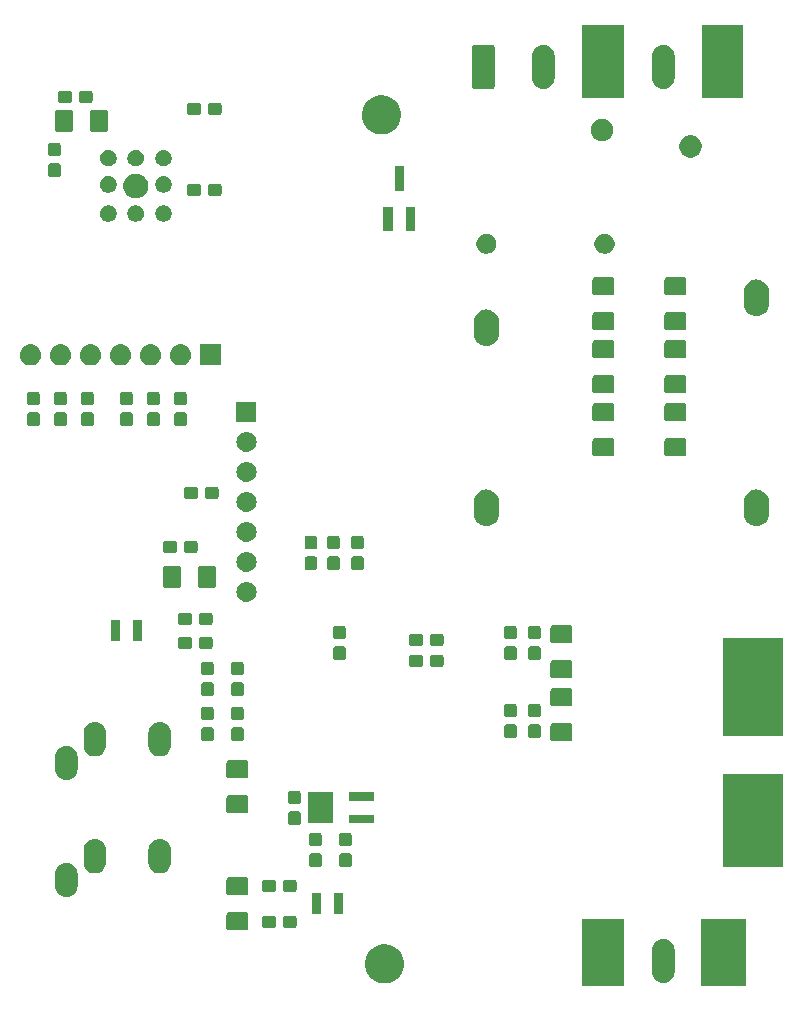
<source format=gbr>
G04 #@! TF.GenerationSoftware,KiCad,Pcbnew,5.0.2-bee76a0~70~ubuntu18.04.1*
G04 #@! TF.CreationDate,2020-04-22T18:31:08+02:00*
G04 #@! TF.ProjectId,Energy_Meter,456e6572-6779-45f4-9d65-7465722e6b69,rev?*
G04 #@! TF.SameCoordinates,Original*
G04 #@! TF.FileFunction,Soldermask,Bot*
G04 #@! TF.FilePolarity,Negative*
%FSLAX46Y46*%
G04 Gerber Fmt 4.6, Leading zero omitted, Abs format (unit mm)*
G04 Created by KiCad (PCBNEW 5.0.2-bee76a0~70~ubuntu18.04.1) date mer. 22 avril 2020 18:31:08 CEST*
%MOMM*%
%LPD*%
G01*
G04 APERTURE LIST*
%ADD10C,0.100000*%
G04 APERTURE END LIST*
D10*
G36*
X234061000Y-174625000D02*
X230251000Y-174625000D01*
X230251000Y-168910000D01*
X234061000Y-168910000D01*
X234061000Y-174625000D01*
X234061000Y-174625000D01*
G37*
G36*
X223774000Y-174625000D02*
X220218000Y-174625000D01*
X220218000Y-168910000D01*
X223774000Y-168910000D01*
X223774000Y-174625000D01*
X223774000Y-174625000D01*
G37*
G36*
X203829256Y-171111298D02*
X203935579Y-171132447D01*
X204236042Y-171256903D01*
X204502852Y-171435180D01*
X204506454Y-171437587D01*
X204736413Y-171667546D01*
X204917098Y-171937960D01*
X205041553Y-172238422D01*
X205105000Y-172557389D01*
X205105000Y-172882611D01*
X205041553Y-173201578D01*
X204917098Y-173502040D01*
X204736413Y-173772454D01*
X204506454Y-174002413D01*
X204506451Y-174002415D01*
X204236042Y-174183097D01*
X203935579Y-174307553D01*
X203864955Y-174321601D01*
X203616611Y-174371000D01*
X203291389Y-174371000D01*
X203043045Y-174321601D01*
X202972421Y-174307553D01*
X202671958Y-174183097D01*
X202401549Y-174002415D01*
X202401546Y-174002413D01*
X202171587Y-173772454D01*
X201990902Y-173502040D01*
X201866447Y-173201578D01*
X201803000Y-172882611D01*
X201803000Y-172557389D01*
X201866447Y-172238422D01*
X201990902Y-171937960D01*
X202171587Y-171667546D01*
X202401546Y-171437587D01*
X202405148Y-171435180D01*
X202671958Y-171256903D01*
X202972421Y-171132447D01*
X203078744Y-171111298D01*
X203291389Y-171069000D01*
X203616611Y-171069000D01*
X203829256Y-171111298D01*
X203829256Y-171111298D01*
G37*
G36*
X227262424Y-170628760D02*
X227262427Y-170628761D01*
X227262428Y-170628761D01*
X227441692Y-170683140D01*
X227441694Y-170683141D01*
X227441697Y-170683142D01*
X227606904Y-170771446D01*
X227751712Y-170890288D01*
X227870552Y-171035095D01*
X227958859Y-171200305D01*
X228013240Y-171379575D01*
X228027000Y-171519282D01*
X228027000Y-173412718D01*
X228013240Y-173552425D01*
X227958859Y-173731695D01*
X227870552Y-173896905D01*
X227751712Y-174041712D01*
X227606905Y-174160552D01*
X227533857Y-174199597D01*
X227441693Y-174248860D01*
X227262429Y-174303239D01*
X227262428Y-174303239D01*
X227262425Y-174303240D01*
X227076000Y-174321601D01*
X226889576Y-174303240D01*
X226889573Y-174303239D01*
X226889572Y-174303239D01*
X226710308Y-174248860D01*
X226618144Y-174199597D01*
X226545096Y-174160552D01*
X226400289Y-174041712D01*
X226281449Y-173896905D01*
X226193142Y-173731695D01*
X226138761Y-173552425D01*
X226125000Y-173412717D01*
X226125000Y-171519283D01*
X226138760Y-171379576D01*
X226138761Y-171379572D01*
X226193140Y-171200308D01*
X226193141Y-171200306D01*
X226193142Y-171200303D01*
X226281446Y-171035096D01*
X226400288Y-170890288D01*
X226545095Y-170771448D01*
X226710305Y-170683141D01*
X226710307Y-170683140D01*
X226889571Y-170628761D01*
X226889572Y-170628761D01*
X226889575Y-170628760D01*
X227076000Y-170610399D01*
X227262424Y-170628760D01*
X227262424Y-170628760D01*
G37*
G36*
X191783562Y-168368181D02*
X191818477Y-168378773D01*
X191850665Y-168395978D01*
X191878873Y-168419127D01*
X191902022Y-168447335D01*
X191919227Y-168479523D01*
X191929819Y-168514438D01*
X191934000Y-168556895D01*
X191934000Y-169698105D01*
X191929819Y-169740562D01*
X191919227Y-169775477D01*
X191902022Y-169807665D01*
X191878873Y-169835873D01*
X191850665Y-169859022D01*
X191818477Y-169876227D01*
X191783562Y-169886819D01*
X191741105Y-169891000D01*
X190274895Y-169891000D01*
X190232438Y-169886819D01*
X190197523Y-169876227D01*
X190165335Y-169859022D01*
X190137127Y-169835873D01*
X190113978Y-169807665D01*
X190096773Y-169775477D01*
X190086181Y-169740562D01*
X190082000Y-169698105D01*
X190082000Y-168556895D01*
X190086181Y-168514438D01*
X190096773Y-168479523D01*
X190113978Y-168447335D01*
X190137127Y-168419127D01*
X190165335Y-168395978D01*
X190197523Y-168378773D01*
X190232438Y-168368181D01*
X190274895Y-168364000D01*
X191741105Y-168364000D01*
X191783562Y-168368181D01*
X191783562Y-168368181D01*
G37*
G36*
X195853499Y-168642445D02*
X195890993Y-168653819D01*
X195925557Y-168672294D01*
X195955847Y-168697153D01*
X195980706Y-168727443D01*
X195999181Y-168762007D01*
X196010555Y-168799501D01*
X196015000Y-168844638D01*
X196015000Y-169483362D01*
X196010555Y-169528499D01*
X195999181Y-169565993D01*
X195980706Y-169600557D01*
X195955847Y-169630847D01*
X195925557Y-169655706D01*
X195890993Y-169674181D01*
X195853499Y-169685555D01*
X195808362Y-169690000D01*
X195069638Y-169690000D01*
X195024501Y-169685555D01*
X194987007Y-169674181D01*
X194952443Y-169655706D01*
X194922153Y-169630847D01*
X194897294Y-169600557D01*
X194878819Y-169565993D01*
X194867445Y-169528499D01*
X194863000Y-169483362D01*
X194863000Y-168844638D01*
X194867445Y-168799501D01*
X194878819Y-168762007D01*
X194897294Y-168727443D01*
X194922153Y-168697153D01*
X194952443Y-168672294D01*
X194987007Y-168653819D01*
X195024501Y-168642445D01*
X195069638Y-168638000D01*
X195808362Y-168638000D01*
X195853499Y-168642445D01*
X195853499Y-168642445D01*
G37*
G36*
X194103499Y-168642445D02*
X194140993Y-168653819D01*
X194175557Y-168672294D01*
X194205847Y-168697153D01*
X194230706Y-168727443D01*
X194249181Y-168762007D01*
X194260555Y-168799501D01*
X194265000Y-168844638D01*
X194265000Y-169483362D01*
X194260555Y-169528499D01*
X194249181Y-169565993D01*
X194230706Y-169600557D01*
X194205847Y-169630847D01*
X194175557Y-169655706D01*
X194140993Y-169674181D01*
X194103499Y-169685555D01*
X194058362Y-169690000D01*
X193319638Y-169690000D01*
X193274501Y-169685555D01*
X193237007Y-169674181D01*
X193202443Y-169655706D01*
X193172153Y-169630847D01*
X193147294Y-169600557D01*
X193128819Y-169565993D01*
X193117445Y-169528499D01*
X193113000Y-169483362D01*
X193113000Y-168844638D01*
X193117445Y-168799501D01*
X193128819Y-168762007D01*
X193147294Y-168727443D01*
X193172153Y-168697153D01*
X193202443Y-168672294D01*
X193237007Y-168653819D01*
X193274501Y-168642445D01*
X193319638Y-168638000D01*
X194058362Y-168638000D01*
X194103499Y-168642445D01*
X194103499Y-168642445D01*
G37*
G36*
X198054000Y-168541000D02*
X197302000Y-168541000D01*
X197302000Y-166739000D01*
X198054000Y-166739000D01*
X198054000Y-168541000D01*
X198054000Y-168541000D01*
G37*
G36*
X199954000Y-168541000D02*
X199202000Y-168541000D01*
X199202000Y-166739000D01*
X199954000Y-166739000D01*
X199954000Y-168541000D01*
X199954000Y-168541000D01*
G37*
G36*
X176716424Y-164170760D02*
X176716427Y-164170761D01*
X176716428Y-164170761D01*
X176895692Y-164225140D01*
X176895694Y-164225141D01*
X176895697Y-164225142D01*
X177060904Y-164313446D01*
X177205712Y-164432288D01*
X177324552Y-164577095D01*
X177324553Y-164577097D01*
X177412860Y-164742307D01*
X177461470Y-164902553D01*
X177467240Y-164921575D01*
X177481000Y-165061282D01*
X177481000Y-166154718D01*
X177467240Y-166294425D01*
X177467239Y-166294428D01*
X177467239Y-166294429D01*
X177412861Y-166473691D01*
X177412859Y-166473695D01*
X177324552Y-166638905D01*
X177205712Y-166783712D01*
X177060905Y-166902552D01*
X177060903Y-166902553D01*
X176895693Y-166990860D01*
X176716429Y-167045239D01*
X176716428Y-167045239D01*
X176716425Y-167045240D01*
X176530000Y-167063601D01*
X176343576Y-167045240D01*
X176343573Y-167045239D01*
X176343572Y-167045239D01*
X176164308Y-166990860D01*
X175999098Y-166902553D01*
X175999096Y-166902552D01*
X175854289Y-166783712D01*
X175735449Y-166638905D01*
X175647140Y-166473691D01*
X175592760Y-166294430D01*
X175579000Y-166154718D01*
X175579000Y-165061283D01*
X175592760Y-164921576D01*
X175592761Y-164921572D01*
X175647140Y-164742308D01*
X175647141Y-164742306D01*
X175647142Y-164742303D01*
X175735446Y-164577096D01*
X175854288Y-164432288D01*
X175999095Y-164313448D01*
X176164305Y-164225141D01*
X176164307Y-164225140D01*
X176343571Y-164170761D01*
X176343572Y-164170761D01*
X176343575Y-164170760D01*
X176530000Y-164152399D01*
X176716424Y-164170760D01*
X176716424Y-164170760D01*
G37*
G36*
X191783562Y-165393181D02*
X191818477Y-165403773D01*
X191850665Y-165420978D01*
X191878873Y-165444127D01*
X191902022Y-165472335D01*
X191919227Y-165504523D01*
X191929819Y-165539438D01*
X191934000Y-165581895D01*
X191934000Y-166723105D01*
X191929819Y-166765562D01*
X191919227Y-166800477D01*
X191902022Y-166832665D01*
X191878873Y-166860873D01*
X191850665Y-166884022D01*
X191818477Y-166901227D01*
X191783562Y-166911819D01*
X191741105Y-166916000D01*
X190274895Y-166916000D01*
X190232438Y-166911819D01*
X190197523Y-166901227D01*
X190165335Y-166884022D01*
X190137127Y-166860873D01*
X190113978Y-166832665D01*
X190096773Y-166800477D01*
X190086181Y-166765562D01*
X190082000Y-166723105D01*
X190082000Y-165581895D01*
X190086181Y-165539438D01*
X190096773Y-165504523D01*
X190113978Y-165472335D01*
X190137127Y-165444127D01*
X190165335Y-165420978D01*
X190197523Y-165403773D01*
X190232438Y-165393181D01*
X190274895Y-165389000D01*
X191741105Y-165389000D01*
X191783562Y-165393181D01*
X191783562Y-165393181D01*
G37*
G36*
X194103499Y-165594445D02*
X194140993Y-165605819D01*
X194175557Y-165624294D01*
X194205847Y-165649153D01*
X194230706Y-165679443D01*
X194249181Y-165714007D01*
X194260555Y-165751501D01*
X194265000Y-165796638D01*
X194265000Y-166435362D01*
X194260555Y-166480499D01*
X194249181Y-166517993D01*
X194230706Y-166552557D01*
X194205847Y-166582847D01*
X194175557Y-166607706D01*
X194140993Y-166626181D01*
X194103499Y-166637555D01*
X194058362Y-166642000D01*
X193319638Y-166642000D01*
X193274501Y-166637555D01*
X193237007Y-166626181D01*
X193202443Y-166607706D01*
X193172153Y-166582847D01*
X193147294Y-166552557D01*
X193128819Y-166517993D01*
X193117445Y-166480499D01*
X193113000Y-166435362D01*
X193113000Y-165796638D01*
X193117445Y-165751501D01*
X193128819Y-165714007D01*
X193147294Y-165679443D01*
X193172153Y-165649153D01*
X193202443Y-165624294D01*
X193237007Y-165605819D01*
X193274501Y-165594445D01*
X193319638Y-165590000D01*
X194058362Y-165590000D01*
X194103499Y-165594445D01*
X194103499Y-165594445D01*
G37*
G36*
X195853499Y-165594445D02*
X195890993Y-165605819D01*
X195925557Y-165624294D01*
X195955847Y-165649153D01*
X195980706Y-165679443D01*
X195999181Y-165714007D01*
X196010555Y-165751501D01*
X196015000Y-165796638D01*
X196015000Y-166435362D01*
X196010555Y-166480499D01*
X195999181Y-166517993D01*
X195980706Y-166552557D01*
X195955847Y-166582847D01*
X195925557Y-166607706D01*
X195890993Y-166626181D01*
X195853499Y-166637555D01*
X195808362Y-166642000D01*
X195069638Y-166642000D01*
X195024501Y-166637555D01*
X194987007Y-166626181D01*
X194952443Y-166607706D01*
X194922153Y-166582847D01*
X194897294Y-166552557D01*
X194878819Y-166517993D01*
X194867445Y-166480499D01*
X194863000Y-166435362D01*
X194863000Y-165796638D01*
X194867445Y-165751501D01*
X194878819Y-165714007D01*
X194897294Y-165679443D01*
X194922153Y-165649153D01*
X194952443Y-165624294D01*
X194987007Y-165605819D01*
X195024501Y-165594445D01*
X195069638Y-165590000D01*
X195808362Y-165590000D01*
X195853499Y-165594445D01*
X195853499Y-165594445D01*
G37*
G36*
X179116424Y-162170760D02*
X179116427Y-162170761D01*
X179116428Y-162170761D01*
X179295692Y-162225140D01*
X179295694Y-162225141D01*
X179295697Y-162225142D01*
X179460904Y-162313446D01*
X179605712Y-162432288D01*
X179724552Y-162577095D01*
X179724553Y-162577097D01*
X179812860Y-162742307D01*
X179820957Y-162769000D01*
X179867240Y-162921575D01*
X179881000Y-163061282D01*
X179881000Y-164154718D01*
X179867240Y-164294425D01*
X179867239Y-164294428D01*
X179867239Y-164294429D01*
X179812861Y-164473691D01*
X179812859Y-164473695D01*
X179724552Y-164638905D01*
X179605712Y-164783712D01*
X179460905Y-164902552D01*
X179460903Y-164902553D01*
X179295693Y-164990860D01*
X179116429Y-165045239D01*
X179116428Y-165045239D01*
X179116425Y-165045240D01*
X178930000Y-165063601D01*
X178743576Y-165045240D01*
X178743573Y-165045239D01*
X178743572Y-165045239D01*
X178564308Y-164990860D01*
X178399098Y-164902553D01*
X178399096Y-164902552D01*
X178254289Y-164783712D01*
X178135449Y-164638905D01*
X178047140Y-164473691D01*
X177992760Y-164294430D01*
X177979000Y-164154718D01*
X177979000Y-163061283D01*
X177992760Y-162921576D01*
X177992761Y-162921572D01*
X178047140Y-162742308D01*
X178047141Y-162742306D01*
X178047142Y-162742303D01*
X178135446Y-162577096D01*
X178254288Y-162432288D01*
X178399095Y-162313448D01*
X178564305Y-162225141D01*
X178564307Y-162225140D01*
X178743571Y-162170761D01*
X178743572Y-162170761D01*
X178743575Y-162170760D01*
X178930000Y-162152399D01*
X179116424Y-162170760D01*
X179116424Y-162170760D01*
G37*
G36*
X184616424Y-162170760D02*
X184616427Y-162170761D01*
X184616428Y-162170761D01*
X184795692Y-162225140D01*
X184795694Y-162225141D01*
X184795697Y-162225142D01*
X184960904Y-162313446D01*
X185105712Y-162432288D01*
X185224552Y-162577095D01*
X185224553Y-162577097D01*
X185312860Y-162742307D01*
X185320957Y-162769000D01*
X185367240Y-162921575D01*
X185381000Y-163061282D01*
X185381000Y-164154718D01*
X185367240Y-164294425D01*
X185367239Y-164294428D01*
X185367239Y-164294429D01*
X185312861Y-164473691D01*
X185312859Y-164473695D01*
X185224552Y-164638905D01*
X185105712Y-164783712D01*
X184960905Y-164902552D01*
X184960903Y-164902553D01*
X184795693Y-164990860D01*
X184616429Y-165045239D01*
X184616428Y-165045239D01*
X184616425Y-165045240D01*
X184430000Y-165063601D01*
X184243576Y-165045240D01*
X184243573Y-165045239D01*
X184243572Y-165045239D01*
X184064308Y-164990860D01*
X183899098Y-164902553D01*
X183899096Y-164902552D01*
X183754289Y-164783712D01*
X183635449Y-164638905D01*
X183547140Y-164473691D01*
X183492760Y-164294430D01*
X183479000Y-164154718D01*
X183479000Y-163061283D01*
X183492760Y-162921576D01*
X183492761Y-162921572D01*
X183547140Y-162742308D01*
X183547141Y-162742306D01*
X183547142Y-162742303D01*
X183635446Y-162577096D01*
X183754288Y-162432288D01*
X183899095Y-162313448D01*
X184064305Y-162225141D01*
X184064307Y-162225140D01*
X184243571Y-162170761D01*
X184243572Y-162170761D01*
X184243575Y-162170760D01*
X184430000Y-162152399D01*
X184616424Y-162170760D01*
X184616424Y-162170760D01*
G37*
G36*
X237236000Y-164528500D02*
X232092500Y-164528500D01*
X232092500Y-156654500D01*
X237236000Y-156654500D01*
X237236000Y-164528500D01*
X237236000Y-164528500D01*
G37*
G36*
X197976499Y-163371445D02*
X198013993Y-163382819D01*
X198048557Y-163401294D01*
X198078847Y-163426153D01*
X198103706Y-163456443D01*
X198122181Y-163491007D01*
X198133555Y-163528501D01*
X198138000Y-163573638D01*
X198138000Y-164312362D01*
X198133555Y-164357499D01*
X198122181Y-164394993D01*
X198103706Y-164429557D01*
X198078847Y-164459847D01*
X198048557Y-164484706D01*
X198013993Y-164503181D01*
X197976499Y-164514555D01*
X197931362Y-164519000D01*
X197292638Y-164519000D01*
X197247501Y-164514555D01*
X197210007Y-164503181D01*
X197175443Y-164484706D01*
X197145153Y-164459847D01*
X197120294Y-164429557D01*
X197101819Y-164394993D01*
X197090445Y-164357499D01*
X197086000Y-164312362D01*
X197086000Y-163573638D01*
X197090445Y-163528501D01*
X197101819Y-163491007D01*
X197120294Y-163456443D01*
X197145153Y-163426153D01*
X197175443Y-163401294D01*
X197210007Y-163382819D01*
X197247501Y-163371445D01*
X197292638Y-163367000D01*
X197931362Y-163367000D01*
X197976499Y-163371445D01*
X197976499Y-163371445D01*
G37*
G36*
X200516499Y-163371445D02*
X200553993Y-163382819D01*
X200588557Y-163401294D01*
X200618847Y-163426153D01*
X200643706Y-163456443D01*
X200662181Y-163491007D01*
X200673555Y-163528501D01*
X200678000Y-163573638D01*
X200678000Y-164312362D01*
X200673555Y-164357499D01*
X200662181Y-164394993D01*
X200643706Y-164429557D01*
X200618847Y-164459847D01*
X200588557Y-164484706D01*
X200553993Y-164503181D01*
X200516499Y-164514555D01*
X200471362Y-164519000D01*
X199832638Y-164519000D01*
X199787501Y-164514555D01*
X199750007Y-164503181D01*
X199715443Y-164484706D01*
X199685153Y-164459847D01*
X199660294Y-164429557D01*
X199641819Y-164394993D01*
X199630445Y-164357499D01*
X199626000Y-164312362D01*
X199626000Y-163573638D01*
X199630445Y-163528501D01*
X199641819Y-163491007D01*
X199660294Y-163456443D01*
X199685153Y-163426153D01*
X199715443Y-163401294D01*
X199750007Y-163382819D01*
X199787501Y-163371445D01*
X199832638Y-163367000D01*
X200471362Y-163367000D01*
X200516499Y-163371445D01*
X200516499Y-163371445D01*
G37*
G36*
X197976499Y-161621445D02*
X198013993Y-161632819D01*
X198048557Y-161651294D01*
X198078847Y-161676153D01*
X198103706Y-161706443D01*
X198122181Y-161741007D01*
X198133555Y-161778501D01*
X198138000Y-161823638D01*
X198138000Y-162562362D01*
X198133555Y-162607499D01*
X198122181Y-162644993D01*
X198103706Y-162679557D01*
X198078847Y-162709847D01*
X198048557Y-162734706D01*
X198013993Y-162753181D01*
X197976499Y-162764555D01*
X197931362Y-162769000D01*
X197292638Y-162769000D01*
X197247501Y-162764555D01*
X197210007Y-162753181D01*
X197175443Y-162734706D01*
X197145153Y-162709847D01*
X197120294Y-162679557D01*
X197101819Y-162644993D01*
X197090445Y-162607499D01*
X197086000Y-162562362D01*
X197086000Y-161823638D01*
X197090445Y-161778501D01*
X197101819Y-161741007D01*
X197120294Y-161706443D01*
X197145153Y-161676153D01*
X197175443Y-161651294D01*
X197210007Y-161632819D01*
X197247501Y-161621445D01*
X197292638Y-161617000D01*
X197931362Y-161617000D01*
X197976499Y-161621445D01*
X197976499Y-161621445D01*
G37*
G36*
X200516499Y-161621445D02*
X200553993Y-161632819D01*
X200588557Y-161651294D01*
X200618847Y-161676153D01*
X200643706Y-161706443D01*
X200662181Y-161741007D01*
X200673555Y-161778501D01*
X200678000Y-161823638D01*
X200678000Y-162562362D01*
X200673555Y-162607499D01*
X200662181Y-162644993D01*
X200643706Y-162679557D01*
X200618847Y-162709847D01*
X200588557Y-162734706D01*
X200553993Y-162753181D01*
X200516499Y-162764555D01*
X200471362Y-162769000D01*
X199832638Y-162769000D01*
X199787501Y-162764555D01*
X199750007Y-162753181D01*
X199715443Y-162734706D01*
X199685153Y-162709847D01*
X199660294Y-162679557D01*
X199641819Y-162644993D01*
X199630445Y-162607499D01*
X199626000Y-162562362D01*
X199626000Y-161823638D01*
X199630445Y-161778501D01*
X199641819Y-161741007D01*
X199660294Y-161706443D01*
X199685153Y-161676153D01*
X199715443Y-161651294D01*
X199750007Y-161632819D01*
X199787501Y-161621445D01*
X199832638Y-161617000D01*
X200471362Y-161617000D01*
X200516499Y-161621445D01*
X200516499Y-161621445D01*
G37*
G36*
X196198499Y-159815445D02*
X196235993Y-159826819D01*
X196270557Y-159845294D01*
X196300847Y-159870153D01*
X196325706Y-159900443D01*
X196344181Y-159935007D01*
X196355555Y-159972501D01*
X196360000Y-160017638D01*
X196360000Y-160756362D01*
X196355555Y-160801499D01*
X196344181Y-160838993D01*
X196325706Y-160873557D01*
X196300847Y-160903847D01*
X196270557Y-160928706D01*
X196235993Y-160947181D01*
X196198499Y-160958555D01*
X196153362Y-160963000D01*
X195514638Y-160963000D01*
X195469501Y-160958555D01*
X195432007Y-160947181D01*
X195397443Y-160928706D01*
X195367153Y-160903847D01*
X195342294Y-160873557D01*
X195323819Y-160838993D01*
X195312445Y-160801499D01*
X195308000Y-160756362D01*
X195308000Y-160017638D01*
X195312445Y-159972501D01*
X195323819Y-159935007D01*
X195342294Y-159900443D01*
X195367153Y-159870153D01*
X195397443Y-159845294D01*
X195432007Y-159826819D01*
X195469501Y-159815445D01*
X195514638Y-159811000D01*
X196153362Y-159811000D01*
X196198499Y-159815445D01*
X196198499Y-159815445D01*
G37*
G36*
X199112000Y-160838000D02*
X197010000Y-160838000D01*
X197010000Y-158186000D01*
X199112000Y-158186000D01*
X199112000Y-160838000D01*
X199112000Y-160838000D01*
G37*
G36*
X202532000Y-160838000D02*
X200430000Y-160838000D01*
X200430000Y-160086000D01*
X202532000Y-160086000D01*
X202532000Y-160838000D01*
X202532000Y-160838000D01*
G37*
G36*
X191783562Y-158462181D02*
X191818477Y-158472773D01*
X191850665Y-158489978D01*
X191878873Y-158513127D01*
X191902022Y-158541335D01*
X191919227Y-158573523D01*
X191929819Y-158608438D01*
X191934000Y-158650895D01*
X191934000Y-159792105D01*
X191929819Y-159834562D01*
X191919227Y-159869477D01*
X191902022Y-159901665D01*
X191878873Y-159929873D01*
X191850665Y-159953022D01*
X191818477Y-159970227D01*
X191783562Y-159980819D01*
X191741105Y-159985000D01*
X190274895Y-159985000D01*
X190232438Y-159980819D01*
X190197523Y-159970227D01*
X190165335Y-159953022D01*
X190137127Y-159929873D01*
X190113978Y-159901665D01*
X190096773Y-159869477D01*
X190086181Y-159834562D01*
X190082000Y-159792105D01*
X190082000Y-158650895D01*
X190086181Y-158608438D01*
X190096773Y-158573523D01*
X190113978Y-158541335D01*
X190137127Y-158513127D01*
X190165335Y-158489978D01*
X190197523Y-158472773D01*
X190232438Y-158462181D01*
X190274895Y-158458000D01*
X191741105Y-158458000D01*
X191783562Y-158462181D01*
X191783562Y-158462181D01*
G37*
G36*
X196198499Y-158065445D02*
X196235993Y-158076819D01*
X196270557Y-158095294D01*
X196300847Y-158120153D01*
X196325706Y-158150443D01*
X196344181Y-158185007D01*
X196355555Y-158222501D01*
X196360000Y-158267638D01*
X196360000Y-159006362D01*
X196355555Y-159051499D01*
X196344181Y-159088993D01*
X196325706Y-159123557D01*
X196300847Y-159153847D01*
X196270557Y-159178706D01*
X196235993Y-159197181D01*
X196198499Y-159208555D01*
X196153362Y-159213000D01*
X195514638Y-159213000D01*
X195469501Y-159208555D01*
X195432007Y-159197181D01*
X195397443Y-159178706D01*
X195367153Y-159153847D01*
X195342294Y-159123557D01*
X195323819Y-159088993D01*
X195312445Y-159051499D01*
X195308000Y-159006362D01*
X195308000Y-158267638D01*
X195312445Y-158222501D01*
X195323819Y-158185007D01*
X195342294Y-158150443D01*
X195367153Y-158120153D01*
X195397443Y-158095294D01*
X195432007Y-158076819D01*
X195469501Y-158065445D01*
X195514638Y-158061000D01*
X196153362Y-158061000D01*
X196198499Y-158065445D01*
X196198499Y-158065445D01*
G37*
G36*
X202532000Y-158938000D02*
X200430000Y-158938000D01*
X200430000Y-158186000D01*
X202532000Y-158186000D01*
X202532000Y-158938000D01*
X202532000Y-158938000D01*
G37*
G36*
X176716424Y-154264760D02*
X176716427Y-154264761D01*
X176716428Y-154264761D01*
X176895692Y-154319140D01*
X176895694Y-154319141D01*
X176895697Y-154319142D01*
X177060904Y-154407446D01*
X177205712Y-154526288D01*
X177324552Y-154671095D01*
X177324553Y-154671097D01*
X177412860Y-154836307D01*
X177461470Y-154996553D01*
X177467240Y-155015575D01*
X177481000Y-155155282D01*
X177481000Y-156248718D01*
X177467240Y-156388425D01*
X177467239Y-156388428D01*
X177467239Y-156388429D01*
X177412861Y-156567691D01*
X177412859Y-156567695D01*
X177324552Y-156732905D01*
X177205712Y-156877712D01*
X177060905Y-156996552D01*
X177060903Y-156996553D01*
X176895693Y-157084860D01*
X176716429Y-157139239D01*
X176716428Y-157139239D01*
X176716425Y-157139240D01*
X176530000Y-157157601D01*
X176343576Y-157139240D01*
X176343573Y-157139239D01*
X176343572Y-157139239D01*
X176164308Y-157084860D01*
X175999098Y-156996553D01*
X175999096Y-156996552D01*
X175854289Y-156877712D01*
X175735449Y-156732905D01*
X175647140Y-156567691D01*
X175592760Y-156388430D01*
X175579000Y-156248718D01*
X175579000Y-155155283D01*
X175592760Y-155015576D01*
X175592761Y-155015572D01*
X175647140Y-154836308D01*
X175647141Y-154836306D01*
X175647142Y-154836303D01*
X175735446Y-154671096D01*
X175854288Y-154526288D01*
X175999095Y-154407448D01*
X176164305Y-154319141D01*
X176164307Y-154319140D01*
X176343571Y-154264761D01*
X176343572Y-154264761D01*
X176343575Y-154264760D01*
X176530000Y-154246399D01*
X176716424Y-154264760D01*
X176716424Y-154264760D01*
G37*
G36*
X191783562Y-155487181D02*
X191818477Y-155497773D01*
X191850665Y-155514978D01*
X191878873Y-155538127D01*
X191902022Y-155566335D01*
X191919227Y-155598523D01*
X191929819Y-155633438D01*
X191934000Y-155675895D01*
X191934000Y-156817105D01*
X191929819Y-156859562D01*
X191919227Y-156894477D01*
X191902022Y-156926665D01*
X191878873Y-156954873D01*
X191850665Y-156978022D01*
X191818477Y-156995227D01*
X191783562Y-157005819D01*
X191741105Y-157010000D01*
X190274895Y-157010000D01*
X190232438Y-157005819D01*
X190197523Y-156995227D01*
X190165335Y-156978022D01*
X190137127Y-156954873D01*
X190113978Y-156926665D01*
X190096773Y-156894477D01*
X190086181Y-156859562D01*
X190082000Y-156817105D01*
X190082000Y-155675895D01*
X190086181Y-155633438D01*
X190096773Y-155598523D01*
X190113978Y-155566335D01*
X190137127Y-155538127D01*
X190165335Y-155514978D01*
X190197523Y-155497773D01*
X190232438Y-155487181D01*
X190274895Y-155483000D01*
X191741105Y-155483000D01*
X191783562Y-155487181D01*
X191783562Y-155487181D01*
G37*
G36*
X179116424Y-152264760D02*
X179116427Y-152264761D01*
X179116428Y-152264761D01*
X179295692Y-152319140D01*
X179295694Y-152319141D01*
X179295697Y-152319142D01*
X179460904Y-152407446D01*
X179605712Y-152526288D01*
X179724552Y-152671095D01*
X179812859Y-152836305D01*
X179867240Y-153015575D01*
X179881000Y-153155282D01*
X179881000Y-154248718D01*
X179867240Y-154388425D01*
X179867239Y-154388428D01*
X179867239Y-154388429D01*
X179812861Y-154567691D01*
X179812859Y-154567695D01*
X179724552Y-154732905D01*
X179605712Y-154877712D01*
X179460905Y-154996552D01*
X179460903Y-154996553D01*
X179295693Y-155084860D01*
X179116429Y-155139239D01*
X179116428Y-155139239D01*
X179116425Y-155139240D01*
X178930000Y-155157601D01*
X178743576Y-155139240D01*
X178743573Y-155139239D01*
X178743572Y-155139239D01*
X178564308Y-155084860D01*
X178399098Y-154996553D01*
X178399096Y-154996552D01*
X178254289Y-154877712D01*
X178135449Y-154732905D01*
X178047140Y-154567691D01*
X177992760Y-154388430D01*
X177979000Y-154248718D01*
X177979000Y-153155283D01*
X177992760Y-153015576D01*
X177992761Y-153015572D01*
X178047140Y-152836308D01*
X178047141Y-152836306D01*
X178047142Y-152836303D01*
X178135446Y-152671096D01*
X178254288Y-152526288D01*
X178399095Y-152407448D01*
X178564305Y-152319141D01*
X178564307Y-152319140D01*
X178743571Y-152264761D01*
X178743572Y-152264761D01*
X178743575Y-152264760D01*
X178930000Y-152246399D01*
X179116424Y-152264760D01*
X179116424Y-152264760D01*
G37*
G36*
X184616424Y-152264760D02*
X184616427Y-152264761D01*
X184616428Y-152264761D01*
X184795692Y-152319140D01*
X184795694Y-152319141D01*
X184795697Y-152319142D01*
X184960904Y-152407446D01*
X185105712Y-152526288D01*
X185224552Y-152671095D01*
X185312859Y-152836305D01*
X185367240Y-153015575D01*
X185381000Y-153155282D01*
X185381000Y-154248718D01*
X185367240Y-154388425D01*
X185367239Y-154388428D01*
X185367239Y-154388429D01*
X185312861Y-154567691D01*
X185312859Y-154567695D01*
X185224552Y-154732905D01*
X185105712Y-154877712D01*
X184960905Y-154996552D01*
X184960903Y-154996553D01*
X184795693Y-155084860D01*
X184616429Y-155139239D01*
X184616428Y-155139239D01*
X184616425Y-155139240D01*
X184430000Y-155157601D01*
X184243576Y-155139240D01*
X184243573Y-155139239D01*
X184243572Y-155139239D01*
X184064308Y-155084860D01*
X183899098Y-154996553D01*
X183899096Y-154996552D01*
X183754289Y-154877712D01*
X183635449Y-154732905D01*
X183547140Y-154567691D01*
X183492760Y-154388430D01*
X183479000Y-154248718D01*
X183479000Y-153155283D01*
X183492760Y-153015576D01*
X183492761Y-153015572D01*
X183547140Y-152836308D01*
X183547141Y-152836306D01*
X183547142Y-152836303D01*
X183635446Y-152671096D01*
X183754288Y-152526288D01*
X183899095Y-152407448D01*
X184064305Y-152319141D01*
X184064307Y-152319140D01*
X184243571Y-152264761D01*
X184243572Y-152264761D01*
X184243575Y-152264760D01*
X184430000Y-152246399D01*
X184616424Y-152264760D01*
X184616424Y-152264760D01*
G37*
G36*
X219215562Y-152366181D02*
X219250477Y-152376773D01*
X219282665Y-152393978D01*
X219310873Y-152417127D01*
X219334022Y-152445335D01*
X219351227Y-152477523D01*
X219361819Y-152512438D01*
X219366000Y-152554895D01*
X219366000Y-153696105D01*
X219361819Y-153738562D01*
X219351227Y-153773477D01*
X219334022Y-153805665D01*
X219310873Y-153833873D01*
X219282665Y-153857022D01*
X219250477Y-153874227D01*
X219215562Y-153884819D01*
X219173105Y-153889000D01*
X217706895Y-153889000D01*
X217664438Y-153884819D01*
X217629523Y-153874227D01*
X217597335Y-153857022D01*
X217569127Y-153833873D01*
X217545978Y-153805665D01*
X217528773Y-153773477D01*
X217518181Y-153738562D01*
X217514000Y-153696105D01*
X217514000Y-152554895D01*
X217518181Y-152512438D01*
X217528773Y-152477523D01*
X217545978Y-152445335D01*
X217569127Y-152417127D01*
X217597335Y-152393978D01*
X217629523Y-152376773D01*
X217664438Y-152366181D01*
X217706895Y-152362000D01*
X219173105Y-152362000D01*
X219215562Y-152366181D01*
X219215562Y-152366181D01*
G37*
G36*
X191372499Y-152703445D02*
X191409993Y-152714819D01*
X191444557Y-152733294D01*
X191474847Y-152758153D01*
X191499706Y-152788443D01*
X191518181Y-152823007D01*
X191529555Y-152860501D01*
X191534000Y-152905638D01*
X191534000Y-153644362D01*
X191529555Y-153689499D01*
X191518181Y-153726993D01*
X191499706Y-153761557D01*
X191474847Y-153791847D01*
X191444557Y-153816706D01*
X191409993Y-153835181D01*
X191372499Y-153846555D01*
X191327362Y-153851000D01*
X190688638Y-153851000D01*
X190643501Y-153846555D01*
X190606007Y-153835181D01*
X190571443Y-153816706D01*
X190541153Y-153791847D01*
X190516294Y-153761557D01*
X190497819Y-153726993D01*
X190486445Y-153689499D01*
X190482000Y-153644362D01*
X190482000Y-152905638D01*
X190486445Y-152860501D01*
X190497819Y-152823007D01*
X190516294Y-152788443D01*
X190541153Y-152758153D01*
X190571443Y-152733294D01*
X190606007Y-152714819D01*
X190643501Y-152703445D01*
X190688638Y-152699000D01*
X191327362Y-152699000D01*
X191372499Y-152703445D01*
X191372499Y-152703445D01*
G37*
G36*
X188832499Y-152703445D02*
X188869993Y-152714819D01*
X188904557Y-152733294D01*
X188934847Y-152758153D01*
X188959706Y-152788443D01*
X188978181Y-152823007D01*
X188989555Y-152860501D01*
X188994000Y-152905638D01*
X188994000Y-153644362D01*
X188989555Y-153689499D01*
X188978181Y-153726993D01*
X188959706Y-153761557D01*
X188934847Y-153791847D01*
X188904557Y-153816706D01*
X188869993Y-153835181D01*
X188832499Y-153846555D01*
X188787362Y-153851000D01*
X188148638Y-153851000D01*
X188103501Y-153846555D01*
X188066007Y-153835181D01*
X188031443Y-153816706D01*
X188001153Y-153791847D01*
X187976294Y-153761557D01*
X187957819Y-153726993D01*
X187946445Y-153689499D01*
X187942000Y-153644362D01*
X187942000Y-152905638D01*
X187946445Y-152860501D01*
X187957819Y-152823007D01*
X187976294Y-152788443D01*
X188001153Y-152758153D01*
X188031443Y-152733294D01*
X188066007Y-152714819D01*
X188103501Y-152703445D01*
X188148638Y-152699000D01*
X188787362Y-152699000D01*
X188832499Y-152703445D01*
X188832499Y-152703445D01*
G37*
G36*
X216518499Y-152449445D02*
X216555993Y-152460819D01*
X216590557Y-152479294D01*
X216620847Y-152504153D01*
X216645706Y-152534443D01*
X216664181Y-152569007D01*
X216675555Y-152606501D01*
X216680000Y-152651638D01*
X216680000Y-153390362D01*
X216675555Y-153435499D01*
X216664181Y-153472993D01*
X216645706Y-153507557D01*
X216620847Y-153537847D01*
X216590557Y-153562706D01*
X216555993Y-153581181D01*
X216518499Y-153592555D01*
X216473362Y-153597000D01*
X215834638Y-153597000D01*
X215789501Y-153592555D01*
X215752007Y-153581181D01*
X215717443Y-153562706D01*
X215687153Y-153537847D01*
X215662294Y-153507557D01*
X215643819Y-153472993D01*
X215632445Y-153435499D01*
X215628000Y-153390362D01*
X215628000Y-152651638D01*
X215632445Y-152606501D01*
X215643819Y-152569007D01*
X215662294Y-152534443D01*
X215687153Y-152504153D01*
X215717443Y-152479294D01*
X215752007Y-152460819D01*
X215789501Y-152449445D01*
X215834638Y-152445000D01*
X216473362Y-152445000D01*
X216518499Y-152449445D01*
X216518499Y-152449445D01*
G37*
G36*
X214486499Y-152449445D02*
X214523993Y-152460819D01*
X214558557Y-152479294D01*
X214588847Y-152504153D01*
X214613706Y-152534443D01*
X214632181Y-152569007D01*
X214643555Y-152606501D01*
X214648000Y-152651638D01*
X214648000Y-153390362D01*
X214643555Y-153435499D01*
X214632181Y-153472993D01*
X214613706Y-153507557D01*
X214588847Y-153537847D01*
X214558557Y-153562706D01*
X214523993Y-153581181D01*
X214486499Y-153592555D01*
X214441362Y-153597000D01*
X213802638Y-153597000D01*
X213757501Y-153592555D01*
X213720007Y-153581181D01*
X213685443Y-153562706D01*
X213655153Y-153537847D01*
X213630294Y-153507557D01*
X213611819Y-153472993D01*
X213600445Y-153435499D01*
X213596000Y-153390362D01*
X213596000Y-152651638D01*
X213600445Y-152606501D01*
X213611819Y-152569007D01*
X213630294Y-152534443D01*
X213655153Y-152504153D01*
X213685443Y-152479294D01*
X213720007Y-152460819D01*
X213757501Y-152449445D01*
X213802638Y-152445000D01*
X214441362Y-152445000D01*
X214486499Y-152449445D01*
X214486499Y-152449445D01*
G37*
G36*
X237236000Y-153416000D02*
X232156000Y-153416000D01*
X232156000Y-145161000D01*
X237236000Y-145161000D01*
X237236000Y-153416000D01*
X237236000Y-153416000D01*
G37*
G36*
X188832499Y-150953445D02*
X188869993Y-150964819D01*
X188904557Y-150983294D01*
X188934847Y-151008153D01*
X188959706Y-151038443D01*
X188978181Y-151073007D01*
X188989555Y-151110501D01*
X188994000Y-151155638D01*
X188994000Y-151894362D01*
X188989555Y-151939499D01*
X188978181Y-151976993D01*
X188959706Y-152011557D01*
X188934847Y-152041847D01*
X188904557Y-152066706D01*
X188869993Y-152085181D01*
X188832499Y-152096555D01*
X188787362Y-152101000D01*
X188148638Y-152101000D01*
X188103501Y-152096555D01*
X188066007Y-152085181D01*
X188031443Y-152066706D01*
X188001153Y-152041847D01*
X187976294Y-152011557D01*
X187957819Y-151976993D01*
X187946445Y-151939499D01*
X187942000Y-151894362D01*
X187942000Y-151155638D01*
X187946445Y-151110501D01*
X187957819Y-151073007D01*
X187976294Y-151038443D01*
X188001153Y-151008153D01*
X188031443Y-150983294D01*
X188066007Y-150964819D01*
X188103501Y-150953445D01*
X188148638Y-150949000D01*
X188787362Y-150949000D01*
X188832499Y-150953445D01*
X188832499Y-150953445D01*
G37*
G36*
X191372499Y-150953445D02*
X191409993Y-150964819D01*
X191444557Y-150983294D01*
X191474847Y-151008153D01*
X191499706Y-151038443D01*
X191518181Y-151073007D01*
X191529555Y-151110501D01*
X191534000Y-151155638D01*
X191534000Y-151894362D01*
X191529555Y-151939499D01*
X191518181Y-151976993D01*
X191499706Y-152011557D01*
X191474847Y-152041847D01*
X191444557Y-152066706D01*
X191409993Y-152085181D01*
X191372499Y-152096555D01*
X191327362Y-152101000D01*
X190688638Y-152101000D01*
X190643501Y-152096555D01*
X190606007Y-152085181D01*
X190571443Y-152066706D01*
X190541153Y-152041847D01*
X190516294Y-152011557D01*
X190497819Y-151976993D01*
X190486445Y-151939499D01*
X190482000Y-151894362D01*
X190482000Y-151155638D01*
X190486445Y-151110501D01*
X190497819Y-151073007D01*
X190516294Y-151038443D01*
X190541153Y-151008153D01*
X190571443Y-150983294D01*
X190606007Y-150964819D01*
X190643501Y-150953445D01*
X190688638Y-150949000D01*
X191327362Y-150949000D01*
X191372499Y-150953445D01*
X191372499Y-150953445D01*
G37*
G36*
X216518499Y-150699445D02*
X216555993Y-150710819D01*
X216590557Y-150729294D01*
X216620847Y-150754153D01*
X216645706Y-150784443D01*
X216664181Y-150819007D01*
X216675555Y-150856501D01*
X216680000Y-150901638D01*
X216680000Y-151640362D01*
X216675555Y-151685499D01*
X216664181Y-151722993D01*
X216645706Y-151757557D01*
X216620847Y-151787847D01*
X216590557Y-151812706D01*
X216555993Y-151831181D01*
X216518499Y-151842555D01*
X216473362Y-151847000D01*
X215834638Y-151847000D01*
X215789501Y-151842555D01*
X215752007Y-151831181D01*
X215717443Y-151812706D01*
X215687153Y-151787847D01*
X215662294Y-151757557D01*
X215643819Y-151722993D01*
X215632445Y-151685499D01*
X215628000Y-151640362D01*
X215628000Y-150901638D01*
X215632445Y-150856501D01*
X215643819Y-150819007D01*
X215662294Y-150784443D01*
X215687153Y-150754153D01*
X215717443Y-150729294D01*
X215752007Y-150710819D01*
X215789501Y-150699445D01*
X215834638Y-150695000D01*
X216473362Y-150695000D01*
X216518499Y-150699445D01*
X216518499Y-150699445D01*
G37*
G36*
X214486499Y-150699445D02*
X214523993Y-150710819D01*
X214558557Y-150729294D01*
X214588847Y-150754153D01*
X214613706Y-150784443D01*
X214632181Y-150819007D01*
X214643555Y-150856501D01*
X214648000Y-150901638D01*
X214648000Y-151640362D01*
X214643555Y-151685499D01*
X214632181Y-151722993D01*
X214613706Y-151757557D01*
X214588847Y-151787847D01*
X214558557Y-151812706D01*
X214523993Y-151831181D01*
X214486499Y-151842555D01*
X214441362Y-151847000D01*
X213802638Y-151847000D01*
X213757501Y-151842555D01*
X213720007Y-151831181D01*
X213685443Y-151812706D01*
X213655153Y-151787847D01*
X213630294Y-151757557D01*
X213611819Y-151722993D01*
X213600445Y-151685499D01*
X213596000Y-151640362D01*
X213596000Y-150901638D01*
X213600445Y-150856501D01*
X213611819Y-150819007D01*
X213630294Y-150784443D01*
X213655153Y-150754153D01*
X213685443Y-150729294D01*
X213720007Y-150710819D01*
X213757501Y-150699445D01*
X213802638Y-150695000D01*
X214441362Y-150695000D01*
X214486499Y-150699445D01*
X214486499Y-150699445D01*
G37*
G36*
X219215562Y-149391181D02*
X219250477Y-149401773D01*
X219282665Y-149418978D01*
X219310873Y-149442127D01*
X219334022Y-149470335D01*
X219351227Y-149502523D01*
X219361819Y-149537438D01*
X219366000Y-149579895D01*
X219366000Y-150721105D01*
X219361819Y-150763562D01*
X219351227Y-150798477D01*
X219334022Y-150830665D01*
X219310873Y-150858873D01*
X219282665Y-150882022D01*
X219250477Y-150899227D01*
X219215562Y-150909819D01*
X219173105Y-150914000D01*
X217706895Y-150914000D01*
X217664438Y-150909819D01*
X217629523Y-150899227D01*
X217597335Y-150882022D01*
X217569127Y-150858873D01*
X217545978Y-150830665D01*
X217528773Y-150798477D01*
X217518181Y-150763562D01*
X217514000Y-150721105D01*
X217514000Y-149579895D01*
X217518181Y-149537438D01*
X217528773Y-149502523D01*
X217545978Y-149470335D01*
X217569127Y-149442127D01*
X217597335Y-149418978D01*
X217629523Y-149401773D01*
X217664438Y-149391181D01*
X217706895Y-149387000D01*
X219173105Y-149387000D01*
X219215562Y-149391181D01*
X219215562Y-149391181D01*
G37*
G36*
X188832499Y-148893445D02*
X188869993Y-148904819D01*
X188904557Y-148923294D01*
X188934847Y-148948153D01*
X188959706Y-148978443D01*
X188978181Y-149013007D01*
X188989555Y-149050501D01*
X188994000Y-149095638D01*
X188994000Y-149834362D01*
X188989555Y-149879499D01*
X188978181Y-149916993D01*
X188959706Y-149951557D01*
X188934847Y-149981847D01*
X188904557Y-150006706D01*
X188869993Y-150025181D01*
X188832499Y-150036555D01*
X188787362Y-150041000D01*
X188148638Y-150041000D01*
X188103501Y-150036555D01*
X188066007Y-150025181D01*
X188031443Y-150006706D01*
X188001153Y-149981847D01*
X187976294Y-149951557D01*
X187957819Y-149916993D01*
X187946445Y-149879499D01*
X187942000Y-149834362D01*
X187942000Y-149095638D01*
X187946445Y-149050501D01*
X187957819Y-149013007D01*
X187976294Y-148978443D01*
X188001153Y-148948153D01*
X188031443Y-148923294D01*
X188066007Y-148904819D01*
X188103501Y-148893445D01*
X188148638Y-148889000D01*
X188787362Y-148889000D01*
X188832499Y-148893445D01*
X188832499Y-148893445D01*
G37*
G36*
X191372499Y-148893445D02*
X191409993Y-148904819D01*
X191444557Y-148923294D01*
X191474847Y-148948153D01*
X191499706Y-148978443D01*
X191518181Y-149013007D01*
X191529555Y-149050501D01*
X191534000Y-149095638D01*
X191534000Y-149834362D01*
X191529555Y-149879499D01*
X191518181Y-149916993D01*
X191499706Y-149951557D01*
X191474847Y-149981847D01*
X191444557Y-150006706D01*
X191409993Y-150025181D01*
X191372499Y-150036555D01*
X191327362Y-150041000D01*
X190688638Y-150041000D01*
X190643501Y-150036555D01*
X190606007Y-150025181D01*
X190571443Y-150006706D01*
X190541153Y-149981847D01*
X190516294Y-149951557D01*
X190497819Y-149916993D01*
X190486445Y-149879499D01*
X190482000Y-149834362D01*
X190482000Y-149095638D01*
X190486445Y-149050501D01*
X190497819Y-149013007D01*
X190516294Y-148978443D01*
X190541153Y-148948153D01*
X190571443Y-148923294D01*
X190606007Y-148904819D01*
X190643501Y-148893445D01*
X190688638Y-148889000D01*
X191327362Y-148889000D01*
X191372499Y-148893445D01*
X191372499Y-148893445D01*
G37*
G36*
X219215562Y-147032181D02*
X219250477Y-147042773D01*
X219282665Y-147059978D01*
X219310873Y-147083127D01*
X219334022Y-147111335D01*
X219351227Y-147143523D01*
X219361819Y-147178438D01*
X219366000Y-147220895D01*
X219366000Y-148362105D01*
X219361819Y-148404562D01*
X219351227Y-148439477D01*
X219334022Y-148471665D01*
X219310873Y-148499873D01*
X219282665Y-148523022D01*
X219250477Y-148540227D01*
X219215562Y-148550819D01*
X219173105Y-148555000D01*
X217706895Y-148555000D01*
X217664438Y-148550819D01*
X217629523Y-148540227D01*
X217597335Y-148523022D01*
X217569127Y-148499873D01*
X217545978Y-148471665D01*
X217528773Y-148439477D01*
X217518181Y-148404562D01*
X217514000Y-148362105D01*
X217514000Y-147220895D01*
X217518181Y-147178438D01*
X217528773Y-147143523D01*
X217545978Y-147111335D01*
X217569127Y-147083127D01*
X217597335Y-147059978D01*
X217629523Y-147042773D01*
X217664438Y-147032181D01*
X217706895Y-147028000D01*
X219173105Y-147028000D01*
X219215562Y-147032181D01*
X219215562Y-147032181D01*
G37*
G36*
X191372499Y-147143445D02*
X191409993Y-147154819D01*
X191444557Y-147173294D01*
X191474847Y-147198153D01*
X191499706Y-147228443D01*
X191518181Y-147263007D01*
X191529555Y-147300501D01*
X191534000Y-147345638D01*
X191534000Y-148084362D01*
X191529555Y-148129499D01*
X191518181Y-148166993D01*
X191499706Y-148201557D01*
X191474847Y-148231847D01*
X191444557Y-148256706D01*
X191409993Y-148275181D01*
X191372499Y-148286555D01*
X191327362Y-148291000D01*
X190688638Y-148291000D01*
X190643501Y-148286555D01*
X190606007Y-148275181D01*
X190571443Y-148256706D01*
X190541153Y-148231847D01*
X190516294Y-148201557D01*
X190497819Y-148166993D01*
X190486445Y-148129499D01*
X190482000Y-148084362D01*
X190482000Y-147345638D01*
X190486445Y-147300501D01*
X190497819Y-147263007D01*
X190516294Y-147228443D01*
X190541153Y-147198153D01*
X190571443Y-147173294D01*
X190606007Y-147154819D01*
X190643501Y-147143445D01*
X190688638Y-147139000D01*
X191327362Y-147139000D01*
X191372499Y-147143445D01*
X191372499Y-147143445D01*
G37*
G36*
X188832499Y-147143445D02*
X188869993Y-147154819D01*
X188904557Y-147173294D01*
X188934847Y-147198153D01*
X188959706Y-147228443D01*
X188978181Y-147263007D01*
X188989555Y-147300501D01*
X188994000Y-147345638D01*
X188994000Y-148084362D01*
X188989555Y-148129499D01*
X188978181Y-148166993D01*
X188959706Y-148201557D01*
X188934847Y-148231847D01*
X188904557Y-148256706D01*
X188869993Y-148275181D01*
X188832499Y-148286555D01*
X188787362Y-148291000D01*
X188148638Y-148291000D01*
X188103501Y-148286555D01*
X188066007Y-148275181D01*
X188031443Y-148256706D01*
X188001153Y-148231847D01*
X187976294Y-148201557D01*
X187957819Y-148166993D01*
X187946445Y-148129499D01*
X187942000Y-148084362D01*
X187942000Y-147345638D01*
X187946445Y-147300501D01*
X187957819Y-147263007D01*
X187976294Y-147228443D01*
X188001153Y-147198153D01*
X188031443Y-147173294D01*
X188066007Y-147154819D01*
X188103501Y-147143445D01*
X188148638Y-147139000D01*
X188787362Y-147139000D01*
X188832499Y-147143445D01*
X188832499Y-147143445D01*
G37*
G36*
X208299499Y-146544445D02*
X208336993Y-146555819D01*
X208371557Y-146574294D01*
X208401847Y-146599153D01*
X208426706Y-146629443D01*
X208445181Y-146664007D01*
X208456555Y-146701501D01*
X208461000Y-146746638D01*
X208461000Y-147385362D01*
X208456555Y-147430499D01*
X208445181Y-147467993D01*
X208426706Y-147502557D01*
X208401847Y-147532847D01*
X208371557Y-147557706D01*
X208336993Y-147576181D01*
X208299499Y-147587555D01*
X208254362Y-147592000D01*
X207515638Y-147592000D01*
X207470501Y-147587555D01*
X207433007Y-147576181D01*
X207398443Y-147557706D01*
X207368153Y-147532847D01*
X207343294Y-147502557D01*
X207324819Y-147467993D01*
X207313445Y-147430499D01*
X207309000Y-147385362D01*
X207309000Y-146746638D01*
X207313445Y-146701501D01*
X207324819Y-146664007D01*
X207343294Y-146629443D01*
X207368153Y-146599153D01*
X207398443Y-146574294D01*
X207433007Y-146555819D01*
X207470501Y-146544445D01*
X207515638Y-146540000D01*
X208254362Y-146540000D01*
X208299499Y-146544445D01*
X208299499Y-146544445D01*
G37*
G36*
X206549499Y-146544445D02*
X206586993Y-146555819D01*
X206621557Y-146574294D01*
X206651847Y-146599153D01*
X206676706Y-146629443D01*
X206695181Y-146664007D01*
X206706555Y-146701501D01*
X206711000Y-146746638D01*
X206711000Y-147385362D01*
X206706555Y-147430499D01*
X206695181Y-147467993D01*
X206676706Y-147502557D01*
X206651847Y-147532847D01*
X206621557Y-147557706D01*
X206586993Y-147576181D01*
X206549499Y-147587555D01*
X206504362Y-147592000D01*
X205765638Y-147592000D01*
X205720501Y-147587555D01*
X205683007Y-147576181D01*
X205648443Y-147557706D01*
X205618153Y-147532847D01*
X205593294Y-147502557D01*
X205574819Y-147467993D01*
X205563445Y-147430499D01*
X205559000Y-147385362D01*
X205559000Y-146746638D01*
X205563445Y-146701501D01*
X205574819Y-146664007D01*
X205593294Y-146629443D01*
X205618153Y-146599153D01*
X205648443Y-146574294D01*
X205683007Y-146555819D01*
X205720501Y-146544445D01*
X205765638Y-146540000D01*
X206504362Y-146540000D01*
X206549499Y-146544445D01*
X206549499Y-146544445D01*
G37*
G36*
X200008499Y-145845445D02*
X200045993Y-145856819D01*
X200080557Y-145875294D01*
X200110847Y-145900153D01*
X200135706Y-145930443D01*
X200154181Y-145965007D01*
X200165555Y-146002501D01*
X200170000Y-146047638D01*
X200170000Y-146786362D01*
X200165555Y-146831499D01*
X200154181Y-146868993D01*
X200135706Y-146903557D01*
X200110847Y-146933847D01*
X200080557Y-146958706D01*
X200045993Y-146977181D01*
X200008499Y-146988555D01*
X199963362Y-146993000D01*
X199324638Y-146993000D01*
X199279501Y-146988555D01*
X199242007Y-146977181D01*
X199207443Y-146958706D01*
X199177153Y-146933847D01*
X199152294Y-146903557D01*
X199133819Y-146868993D01*
X199122445Y-146831499D01*
X199118000Y-146786362D01*
X199118000Y-146047638D01*
X199122445Y-146002501D01*
X199133819Y-145965007D01*
X199152294Y-145930443D01*
X199177153Y-145900153D01*
X199207443Y-145875294D01*
X199242007Y-145856819D01*
X199279501Y-145845445D01*
X199324638Y-145841000D01*
X199963362Y-145841000D01*
X200008499Y-145845445D01*
X200008499Y-145845445D01*
G37*
G36*
X214486499Y-145845445D02*
X214523993Y-145856819D01*
X214558557Y-145875294D01*
X214588847Y-145900153D01*
X214613706Y-145930443D01*
X214632181Y-145965007D01*
X214643555Y-146002501D01*
X214648000Y-146047638D01*
X214648000Y-146786362D01*
X214643555Y-146831499D01*
X214632181Y-146868993D01*
X214613706Y-146903557D01*
X214588847Y-146933847D01*
X214558557Y-146958706D01*
X214523993Y-146977181D01*
X214486499Y-146988555D01*
X214441362Y-146993000D01*
X213802638Y-146993000D01*
X213757501Y-146988555D01*
X213720007Y-146977181D01*
X213685443Y-146958706D01*
X213655153Y-146933847D01*
X213630294Y-146903557D01*
X213611819Y-146868993D01*
X213600445Y-146831499D01*
X213596000Y-146786362D01*
X213596000Y-146047638D01*
X213600445Y-146002501D01*
X213611819Y-145965007D01*
X213630294Y-145930443D01*
X213655153Y-145900153D01*
X213685443Y-145875294D01*
X213720007Y-145856819D01*
X213757501Y-145845445D01*
X213802638Y-145841000D01*
X214441362Y-145841000D01*
X214486499Y-145845445D01*
X214486499Y-145845445D01*
G37*
G36*
X216518499Y-145845445D02*
X216555993Y-145856819D01*
X216590557Y-145875294D01*
X216620847Y-145900153D01*
X216645706Y-145930443D01*
X216664181Y-145965007D01*
X216675555Y-146002501D01*
X216680000Y-146047638D01*
X216680000Y-146786362D01*
X216675555Y-146831499D01*
X216664181Y-146868993D01*
X216645706Y-146903557D01*
X216620847Y-146933847D01*
X216590557Y-146958706D01*
X216555993Y-146977181D01*
X216518499Y-146988555D01*
X216473362Y-146993000D01*
X215834638Y-146993000D01*
X215789501Y-146988555D01*
X215752007Y-146977181D01*
X215717443Y-146958706D01*
X215687153Y-146933847D01*
X215662294Y-146903557D01*
X215643819Y-146868993D01*
X215632445Y-146831499D01*
X215628000Y-146786362D01*
X215628000Y-146047638D01*
X215632445Y-146002501D01*
X215643819Y-145965007D01*
X215662294Y-145930443D01*
X215687153Y-145900153D01*
X215717443Y-145875294D01*
X215752007Y-145856819D01*
X215789501Y-145845445D01*
X215834638Y-145841000D01*
X216473362Y-145841000D01*
X216518499Y-145845445D01*
X216518499Y-145845445D01*
G37*
G36*
X188741499Y-145020445D02*
X188778993Y-145031819D01*
X188813557Y-145050294D01*
X188843847Y-145075153D01*
X188868706Y-145105443D01*
X188887181Y-145140007D01*
X188898555Y-145177501D01*
X188903000Y-145222638D01*
X188903000Y-145861362D01*
X188898555Y-145906499D01*
X188887181Y-145943993D01*
X188868706Y-145978557D01*
X188843847Y-146008847D01*
X188813557Y-146033706D01*
X188778993Y-146052181D01*
X188741499Y-146063555D01*
X188696362Y-146068000D01*
X187957638Y-146068000D01*
X187912501Y-146063555D01*
X187875007Y-146052181D01*
X187840443Y-146033706D01*
X187810153Y-146008847D01*
X187785294Y-145978557D01*
X187766819Y-145943993D01*
X187755445Y-145906499D01*
X187751000Y-145861362D01*
X187751000Y-145222638D01*
X187755445Y-145177501D01*
X187766819Y-145140007D01*
X187785294Y-145105443D01*
X187810153Y-145075153D01*
X187840443Y-145050294D01*
X187875007Y-145031819D01*
X187912501Y-145020445D01*
X187957638Y-145016000D01*
X188696362Y-145016000D01*
X188741499Y-145020445D01*
X188741499Y-145020445D01*
G37*
G36*
X186991499Y-145020445D02*
X187028993Y-145031819D01*
X187063557Y-145050294D01*
X187093847Y-145075153D01*
X187118706Y-145105443D01*
X187137181Y-145140007D01*
X187148555Y-145177501D01*
X187153000Y-145222638D01*
X187153000Y-145861362D01*
X187148555Y-145906499D01*
X187137181Y-145943993D01*
X187118706Y-145978557D01*
X187093847Y-146008847D01*
X187063557Y-146033706D01*
X187028993Y-146052181D01*
X186991499Y-146063555D01*
X186946362Y-146068000D01*
X186207638Y-146068000D01*
X186162501Y-146063555D01*
X186125007Y-146052181D01*
X186090443Y-146033706D01*
X186060153Y-146008847D01*
X186035294Y-145978557D01*
X186016819Y-145943993D01*
X186005445Y-145906499D01*
X186001000Y-145861362D01*
X186001000Y-145222638D01*
X186005445Y-145177501D01*
X186016819Y-145140007D01*
X186035294Y-145105443D01*
X186060153Y-145075153D01*
X186090443Y-145050294D01*
X186125007Y-145031819D01*
X186162501Y-145020445D01*
X186207638Y-145016000D01*
X186946362Y-145016000D01*
X186991499Y-145020445D01*
X186991499Y-145020445D01*
G37*
G36*
X208299499Y-144766445D02*
X208336993Y-144777819D01*
X208371557Y-144796294D01*
X208401847Y-144821153D01*
X208426706Y-144851443D01*
X208445181Y-144886007D01*
X208456555Y-144923501D01*
X208461000Y-144968638D01*
X208461000Y-145607362D01*
X208456555Y-145652499D01*
X208445181Y-145689993D01*
X208426706Y-145724557D01*
X208401847Y-145754847D01*
X208371557Y-145779706D01*
X208336993Y-145798181D01*
X208299499Y-145809555D01*
X208254362Y-145814000D01*
X207515638Y-145814000D01*
X207470501Y-145809555D01*
X207433007Y-145798181D01*
X207398443Y-145779706D01*
X207368153Y-145754847D01*
X207343294Y-145724557D01*
X207324819Y-145689993D01*
X207313445Y-145652499D01*
X207309000Y-145607362D01*
X207309000Y-144968638D01*
X207313445Y-144923501D01*
X207324819Y-144886007D01*
X207343294Y-144851443D01*
X207368153Y-144821153D01*
X207398443Y-144796294D01*
X207433007Y-144777819D01*
X207470501Y-144766445D01*
X207515638Y-144762000D01*
X208254362Y-144762000D01*
X208299499Y-144766445D01*
X208299499Y-144766445D01*
G37*
G36*
X206549499Y-144766445D02*
X206586993Y-144777819D01*
X206621557Y-144796294D01*
X206651847Y-144821153D01*
X206676706Y-144851443D01*
X206695181Y-144886007D01*
X206706555Y-144923501D01*
X206711000Y-144968638D01*
X206711000Y-145607362D01*
X206706555Y-145652499D01*
X206695181Y-145689993D01*
X206676706Y-145724557D01*
X206651847Y-145754847D01*
X206621557Y-145779706D01*
X206586993Y-145798181D01*
X206549499Y-145809555D01*
X206504362Y-145814000D01*
X205765638Y-145814000D01*
X205720501Y-145809555D01*
X205683007Y-145798181D01*
X205648443Y-145779706D01*
X205618153Y-145754847D01*
X205593294Y-145724557D01*
X205574819Y-145689993D01*
X205563445Y-145652499D01*
X205559000Y-145607362D01*
X205559000Y-144968638D01*
X205563445Y-144923501D01*
X205574819Y-144886007D01*
X205593294Y-144851443D01*
X205618153Y-144821153D01*
X205648443Y-144796294D01*
X205683007Y-144777819D01*
X205720501Y-144766445D01*
X205765638Y-144762000D01*
X206504362Y-144762000D01*
X206549499Y-144766445D01*
X206549499Y-144766445D01*
G37*
G36*
X219215562Y-144057181D02*
X219250477Y-144067773D01*
X219282665Y-144084978D01*
X219310873Y-144108127D01*
X219334022Y-144136335D01*
X219351227Y-144168523D01*
X219361819Y-144203438D01*
X219366000Y-144245895D01*
X219366000Y-145387105D01*
X219361819Y-145429562D01*
X219351227Y-145464477D01*
X219334022Y-145496665D01*
X219310873Y-145524873D01*
X219282665Y-145548022D01*
X219250477Y-145565227D01*
X219215562Y-145575819D01*
X219173105Y-145580000D01*
X217706895Y-145580000D01*
X217664438Y-145575819D01*
X217629523Y-145565227D01*
X217597335Y-145548022D01*
X217569127Y-145524873D01*
X217545978Y-145496665D01*
X217528773Y-145464477D01*
X217518181Y-145429562D01*
X217514000Y-145387105D01*
X217514000Y-144245895D01*
X217518181Y-144203438D01*
X217528773Y-144168523D01*
X217545978Y-144136335D01*
X217569127Y-144108127D01*
X217597335Y-144084978D01*
X217629523Y-144067773D01*
X217664438Y-144057181D01*
X217706895Y-144053000D01*
X219173105Y-144053000D01*
X219215562Y-144057181D01*
X219215562Y-144057181D01*
G37*
G36*
X182936000Y-145427000D02*
X182184000Y-145427000D01*
X182184000Y-143625000D01*
X182936000Y-143625000D01*
X182936000Y-145427000D01*
X182936000Y-145427000D01*
G37*
G36*
X181036000Y-145427000D02*
X180284000Y-145427000D01*
X180284000Y-143625000D01*
X181036000Y-143625000D01*
X181036000Y-145427000D01*
X181036000Y-145427000D01*
G37*
G36*
X216518499Y-144095445D02*
X216555993Y-144106819D01*
X216590557Y-144125294D01*
X216620847Y-144150153D01*
X216645706Y-144180443D01*
X216664181Y-144215007D01*
X216675555Y-144252501D01*
X216680000Y-144297638D01*
X216680000Y-145036362D01*
X216675555Y-145081499D01*
X216664181Y-145118993D01*
X216645706Y-145153557D01*
X216620847Y-145183847D01*
X216590557Y-145208706D01*
X216555993Y-145227181D01*
X216518499Y-145238555D01*
X216473362Y-145243000D01*
X215834638Y-145243000D01*
X215789501Y-145238555D01*
X215752007Y-145227181D01*
X215717443Y-145208706D01*
X215687153Y-145183847D01*
X215662294Y-145153557D01*
X215643819Y-145118993D01*
X215632445Y-145081499D01*
X215628000Y-145036362D01*
X215628000Y-144297638D01*
X215632445Y-144252501D01*
X215643819Y-144215007D01*
X215662294Y-144180443D01*
X215687153Y-144150153D01*
X215717443Y-144125294D01*
X215752007Y-144106819D01*
X215789501Y-144095445D01*
X215834638Y-144091000D01*
X216473362Y-144091000D01*
X216518499Y-144095445D01*
X216518499Y-144095445D01*
G37*
G36*
X214486499Y-144095445D02*
X214523993Y-144106819D01*
X214558557Y-144125294D01*
X214588847Y-144150153D01*
X214613706Y-144180443D01*
X214632181Y-144215007D01*
X214643555Y-144252501D01*
X214648000Y-144297638D01*
X214648000Y-145036362D01*
X214643555Y-145081499D01*
X214632181Y-145118993D01*
X214613706Y-145153557D01*
X214588847Y-145183847D01*
X214558557Y-145208706D01*
X214523993Y-145227181D01*
X214486499Y-145238555D01*
X214441362Y-145243000D01*
X213802638Y-145243000D01*
X213757501Y-145238555D01*
X213720007Y-145227181D01*
X213685443Y-145208706D01*
X213655153Y-145183847D01*
X213630294Y-145153557D01*
X213611819Y-145118993D01*
X213600445Y-145081499D01*
X213596000Y-145036362D01*
X213596000Y-144297638D01*
X213600445Y-144252501D01*
X213611819Y-144215007D01*
X213630294Y-144180443D01*
X213655153Y-144150153D01*
X213685443Y-144125294D01*
X213720007Y-144106819D01*
X213757501Y-144095445D01*
X213802638Y-144091000D01*
X214441362Y-144091000D01*
X214486499Y-144095445D01*
X214486499Y-144095445D01*
G37*
G36*
X200008499Y-144095445D02*
X200045993Y-144106819D01*
X200080557Y-144125294D01*
X200110847Y-144150153D01*
X200135706Y-144180443D01*
X200154181Y-144215007D01*
X200165555Y-144252501D01*
X200170000Y-144297638D01*
X200170000Y-145036362D01*
X200165555Y-145081499D01*
X200154181Y-145118993D01*
X200135706Y-145153557D01*
X200110847Y-145183847D01*
X200080557Y-145208706D01*
X200045993Y-145227181D01*
X200008499Y-145238555D01*
X199963362Y-145243000D01*
X199324638Y-145243000D01*
X199279501Y-145238555D01*
X199242007Y-145227181D01*
X199207443Y-145208706D01*
X199177153Y-145183847D01*
X199152294Y-145153557D01*
X199133819Y-145118993D01*
X199122445Y-145081499D01*
X199118000Y-145036362D01*
X199118000Y-144297638D01*
X199122445Y-144252501D01*
X199133819Y-144215007D01*
X199152294Y-144180443D01*
X199177153Y-144150153D01*
X199207443Y-144125294D01*
X199242007Y-144106819D01*
X199279501Y-144095445D01*
X199324638Y-144091000D01*
X199963362Y-144091000D01*
X200008499Y-144095445D01*
X200008499Y-144095445D01*
G37*
G36*
X186991499Y-142988445D02*
X187028993Y-142999819D01*
X187063557Y-143018294D01*
X187093847Y-143043153D01*
X187118706Y-143073443D01*
X187137181Y-143108007D01*
X187148555Y-143145501D01*
X187153000Y-143190638D01*
X187153000Y-143829362D01*
X187148555Y-143874499D01*
X187137181Y-143911993D01*
X187118706Y-143946557D01*
X187093847Y-143976847D01*
X187063557Y-144001706D01*
X187028993Y-144020181D01*
X186991499Y-144031555D01*
X186946362Y-144036000D01*
X186207638Y-144036000D01*
X186162501Y-144031555D01*
X186125007Y-144020181D01*
X186090443Y-144001706D01*
X186060153Y-143976847D01*
X186035294Y-143946557D01*
X186016819Y-143911993D01*
X186005445Y-143874499D01*
X186001000Y-143829362D01*
X186001000Y-143190638D01*
X186005445Y-143145501D01*
X186016819Y-143108007D01*
X186035294Y-143073443D01*
X186060153Y-143043153D01*
X186090443Y-143018294D01*
X186125007Y-142999819D01*
X186162501Y-142988445D01*
X186207638Y-142984000D01*
X186946362Y-142984000D01*
X186991499Y-142988445D01*
X186991499Y-142988445D01*
G37*
G36*
X188741499Y-142988445D02*
X188778993Y-142999819D01*
X188813557Y-143018294D01*
X188843847Y-143043153D01*
X188868706Y-143073443D01*
X188887181Y-143108007D01*
X188898555Y-143145501D01*
X188903000Y-143190638D01*
X188903000Y-143829362D01*
X188898555Y-143874499D01*
X188887181Y-143911993D01*
X188868706Y-143946557D01*
X188843847Y-143976847D01*
X188813557Y-144001706D01*
X188778993Y-144020181D01*
X188741499Y-144031555D01*
X188696362Y-144036000D01*
X187957638Y-144036000D01*
X187912501Y-144031555D01*
X187875007Y-144020181D01*
X187840443Y-144001706D01*
X187810153Y-143976847D01*
X187785294Y-143946557D01*
X187766819Y-143911993D01*
X187755445Y-143874499D01*
X187751000Y-143829362D01*
X187751000Y-143190638D01*
X187755445Y-143145501D01*
X187766819Y-143108007D01*
X187785294Y-143073443D01*
X187810153Y-143043153D01*
X187840443Y-143018294D01*
X187875007Y-142999819D01*
X187912501Y-142988445D01*
X187957638Y-142984000D01*
X188696362Y-142984000D01*
X188741499Y-142988445D01*
X188741499Y-142988445D01*
G37*
G36*
X191936821Y-140385313D02*
X191936824Y-140385314D01*
X191936825Y-140385314D01*
X192097239Y-140433975D01*
X192097241Y-140433976D01*
X192097244Y-140433977D01*
X192245078Y-140512995D01*
X192374659Y-140619341D01*
X192481005Y-140748922D01*
X192560023Y-140896756D01*
X192608687Y-141057179D01*
X192625117Y-141224000D01*
X192608687Y-141390821D01*
X192560023Y-141551244D01*
X192481005Y-141699078D01*
X192374659Y-141828659D01*
X192245078Y-141935005D01*
X192097244Y-142014023D01*
X192097241Y-142014024D01*
X192097239Y-142014025D01*
X191936825Y-142062686D01*
X191936824Y-142062686D01*
X191936821Y-142062687D01*
X191811804Y-142075000D01*
X191728196Y-142075000D01*
X191603179Y-142062687D01*
X191603176Y-142062686D01*
X191603175Y-142062686D01*
X191442761Y-142014025D01*
X191442759Y-142014024D01*
X191442756Y-142014023D01*
X191294922Y-141935005D01*
X191165341Y-141828659D01*
X191058995Y-141699078D01*
X190979977Y-141551244D01*
X190931313Y-141390821D01*
X190914883Y-141224000D01*
X190931313Y-141057179D01*
X190979977Y-140896756D01*
X191058995Y-140748922D01*
X191165341Y-140619341D01*
X191294922Y-140512995D01*
X191442756Y-140433977D01*
X191442759Y-140433976D01*
X191442761Y-140433975D01*
X191603175Y-140385314D01*
X191603176Y-140385314D01*
X191603179Y-140385313D01*
X191728196Y-140373000D01*
X191811804Y-140373000D01*
X191936821Y-140385313D01*
X191936821Y-140385313D01*
G37*
G36*
X189044562Y-139032181D02*
X189079477Y-139042773D01*
X189111665Y-139059978D01*
X189139873Y-139083127D01*
X189163022Y-139111335D01*
X189180227Y-139143523D01*
X189190819Y-139178438D01*
X189195000Y-139220895D01*
X189195000Y-140687105D01*
X189190819Y-140729562D01*
X189180227Y-140764477D01*
X189163022Y-140796665D01*
X189139873Y-140824873D01*
X189111665Y-140848022D01*
X189079477Y-140865227D01*
X189044562Y-140875819D01*
X189002105Y-140880000D01*
X187860895Y-140880000D01*
X187818438Y-140875819D01*
X187783523Y-140865227D01*
X187751335Y-140848022D01*
X187723127Y-140824873D01*
X187699978Y-140796665D01*
X187682773Y-140764477D01*
X187672181Y-140729562D01*
X187668000Y-140687105D01*
X187668000Y-139220895D01*
X187672181Y-139178438D01*
X187682773Y-139143523D01*
X187699978Y-139111335D01*
X187723127Y-139083127D01*
X187751335Y-139059978D01*
X187783523Y-139042773D01*
X187818438Y-139032181D01*
X187860895Y-139028000D01*
X189002105Y-139028000D01*
X189044562Y-139032181D01*
X189044562Y-139032181D01*
G37*
G36*
X186069562Y-139032181D02*
X186104477Y-139042773D01*
X186136665Y-139059978D01*
X186164873Y-139083127D01*
X186188022Y-139111335D01*
X186205227Y-139143523D01*
X186215819Y-139178438D01*
X186220000Y-139220895D01*
X186220000Y-140687105D01*
X186215819Y-140729562D01*
X186205227Y-140764477D01*
X186188022Y-140796665D01*
X186164873Y-140824873D01*
X186136665Y-140848022D01*
X186104477Y-140865227D01*
X186069562Y-140875819D01*
X186027105Y-140880000D01*
X184885895Y-140880000D01*
X184843438Y-140875819D01*
X184808523Y-140865227D01*
X184776335Y-140848022D01*
X184748127Y-140824873D01*
X184724978Y-140796665D01*
X184707773Y-140764477D01*
X184697181Y-140729562D01*
X184693000Y-140687105D01*
X184693000Y-139220895D01*
X184697181Y-139178438D01*
X184707773Y-139143523D01*
X184724978Y-139111335D01*
X184748127Y-139083127D01*
X184776335Y-139059978D01*
X184808523Y-139042773D01*
X184843438Y-139032181D01*
X184885895Y-139028000D01*
X186027105Y-139028000D01*
X186069562Y-139032181D01*
X186069562Y-139032181D01*
G37*
G36*
X191936821Y-137845313D02*
X191936824Y-137845314D01*
X191936825Y-137845314D01*
X192097239Y-137893975D01*
X192097241Y-137893976D01*
X192097244Y-137893977D01*
X192245078Y-137972995D01*
X192374659Y-138079341D01*
X192481005Y-138208922D01*
X192560023Y-138356756D01*
X192560024Y-138356759D01*
X192560025Y-138356761D01*
X192581525Y-138427638D01*
X192608687Y-138517179D01*
X192625117Y-138684000D01*
X192608687Y-138850821D01*
X192560023Y-139011244D01*
X192481005Y-139159078D01*
X192374659Y-139288659D01*
X192245078Y-139395005D01*
X192097244Y-139474023D01*
X192097241Y-139474024D01*
X192097239Y-139474025D01*
X191936825Y-139522686D01*
X191936824Y-139522686D01*
X191936821Y-139522687D01*
X191811804Y-139535000D01*
X191728196Y-139535000D01*
X191603179Y-139522687D01*
X191603176Y-139522686D01*
X191603175Y-139522686D01*
X191442761Y-139474025D01*
X191442759Y-139474024D01*
X191442756Y-139474023D01*
X191294922Y-139395005D01*
X191165341Y-139288659D01*
X191058995Y-139159078D01*
X190979977Y-139011244D01*
X190931313Y-138850821D01*
X190914883Y-138684000D01*
X190931313Y-138517179D01*
X190958475Y-138427638D01*
X190979975Y-138356761D01*
X190979976Y-138356759D01*
X190979977Y-138356756D01*
X191058995Y-138208922D01*
X191165341Y-138079341D01*
X191294922Y-137972995D01*
X191442756Y-137893977D01*
X191442759Y-137893976D01*
X191442761Y-137893975D01*
X191603175Y-137845314D01*
X191603176Y-137845314D01*
X191603179Y-137845313D01*
X191728196Y-137833000D01*
X191811804Y-137833000D01*
X191936821Y-137845313D01*
X191936821Y-137845313D01*
G37*
G36*
X197595499Y-138225445D02*
X197632993Y-138236819D01*
X197667557Y-138255294D01*
X197697847Y-138280153D01*
X197722706Y-138310443D01*
X197741181Y-138345007D01*
X197752555Y-138382501D01*
X197757000Y-138427638D01*
X197757000Y-139166362D01*
X197752555Y-139211499D01*
X197741181Y-139248993D01*
X197722706Y-139283557D01*
X197697847Y-139313847D01*
X197667557Y-139338706D01*
X197632993Y-139357181D01*
X197595499Y-139368555D01*
X197550362Y-139373000D01*
X196911638Y-139373000D01*
X196866501Y-139368555D01*
X196829007Y-139357181D01*
X196794443Y-139338706D01*
X196764153Y-139313847D01*
X196739294Y-139283557D01*
X196720819Y-139248993D01*
X196709445Y-139211499D01*
X196705000Y-139166362D01*
X196705000Y-138427638D01*
X196709445Y-138382501D01*
X196720819Y-138345007D01*
X196739294Y-138310443D01*
X196764153Y-138280153D01*
X196794443Y-138255294D01*
X196829007Y-138236819D01*
X196866501Y-138225445D01*
X196911638Y-138221000D01*
X197550362Y-138221000D01*
X197595499Y-138225445D01*
X197595499Y-138225445D01*
G37*
G36*
X199500499Y-138225445D02*
X199537993Y-138236819D01*
X199572557Y-138255294D01*
X199602847Y-138280153D01*
X199627706Y-138310443D01*
X199646181Y-138345007D01*
X199657555Y-138382501D01*
X199662000Y-138427638D01*
X199662000Y-139166362D01*
X199657555Y-139211499D01*
X199646181Y-139248993D01*
X199627706Y-139283557D01*
X199602847Y-139313847D01*
X199572557Y-139338706D01*
X199537993Y-139357181D01*
X199500499Y-139368555D01*
X199455362Y-139373000D01*
X198816638Y-139373000D01*
X198771501Y-139368555D01*
X198734007Y-139357181D01*
X198699443Y-139338706D01*
X198669153Y-139313847D01*
X198644294Y-139283557D01*
X198625819Y-139248993D01*
X198614445Y-139211499D01*
X198610000Y-139166362D01*
X198610000Y-138427638D01*
X198614445Y-138382501D01*
X198625819Y-138345007D01*
X198644294Y-138310443D01*
X198669153Y-138280153D01*
X198699443Y-138255294D01*
X198734007Y-138236819D01*
X198771501Y-138225445D01*
X198816638Y-138221000D01*
X199455362Y-138221000D01*
X199500499Y-138225445D01*
X199500499Y-138225445D01*
G37*
G36*
X201532499Y-138225445D02*
X201569993Y-138236819D01*
X201604557Y-138255294D01*
X201634847Y-138280153D01*
X201659706Y-138310443D01*
X201678181Y-138345007D01*
X201689555Y-138382501D01*
X201694000Y-138427638D01*
X201694000Y-139166362D01*
X201689555Y-139211499D01*
X201678181Y-139248993D01*
X201659706Y-139283557D01*
X201634847Y-139313847D01*
X201604557Y-139338706D01*
X201569993Y-139357181D01*
X201532499Y-139368555D01*
X201487362Y-139373000D01*
X200848638Y-139373000D01*
X200803501Y-139368555D01*
X200766007Y-139357181D01*
X200731443Y-139338706D01*
X200701153Y-139313847D01*
X200676294Y-139283557D01*
X200657819Y-139248993D01*
X200646445Y-139211499D01*
X200642000Y-139166362D01*
X200642000Y-138427638D01*
X200646445Y-138382501D01*
X200657819Y-138345007D01*
X200676294Y-138310443D01*
X200701153Y-138280153D01*
X200731443Y-138255294D01*
X200766007Y-138236819D01*
X200803501Y-138225445D01*
X200848638Y-138221000D01*
X201487362Y-138221000D01*
X201532499Y-138225445D01*
X201532499Y-138225445D01*
G37*
G36*
X187471499Y-136892445D02*
X187508993Y-136903819D01*
X187543557Y-136922294D01*
X187573847Y-136947153D01*
X187598706Y-136977443D01*
X187617181Y-137012007D01*
X187628555Y-137049501D01*
X187633000Y-137094638D01*
X187633000Y-137733362D01*
X187628555Y-137778499D01*
X187617181Y-137815993D01*
X187598706Y-137850557D01*
X187573847Y-137880847D01*
X187543557Y-137905706D01*
X187508993Y-137924181D01*
X187471499Y-137935555D01*
X187426362Y-137940000D01*
X186687638Y-137940000D01*
X186642501Y-137935555D01*
X186605007Y-137924181D01*
X186570443Y-137905706D01*
X186540153Y-137880847D01*
X186515294Y-137850557D01*
X186496819Y-137815993D01*
X186485445Y-137778499D01*
X186481000Y-137733362D01*
X186481000Y-137094638D01*
X186485445Y-137049501D01*
X186496819Y-137012007D01*
X186515294Y-136977443D01*
X186540153Y-136947153D01*
X186570443Y-136922294D01*
X186605007Y-136903819D01*
X186642501Y-136892445D01*
X186687638Y-136888000D01*
X187426362Y-136888000D01*
X187471499Y-136892445D01*
X187471499Y-136892445D01*
G37*
G36*
X185721499Y-136892445D02*
X185758993Y-136903819D01*
X185793557Y-136922294D01*
X185823847Y-136947153D01*
X185848706Y-136977443D01*
X185867181Y-137012007D01*
X185878555Y-137049501D01*
X185883000Y-137094638D01*
X185883000Y-137733362D01*
X185878555Y-137778499D01*
X185867181Y-137815993D01*
X185848706Y-137850557D01*
X185823847Y-137880847D01*
X185793557Y-137905706D01*
X185758993Y-137924181D01*
X185721499Y-137935555D01*
X185676362Y-137940000D01*
X184937638Y-137940000D01*
X184892501Y-137935555D01*
X184855007Y-137924181D01*
X184820443Y-137905706D01*
X184790153Y-137880847D01*
X184765294Y-137850557D01*
X184746819Y-137815993D01*
X184735445Y-137778499D01*
X184731000Y-137733362D01*
X184731000Y-137094638D01*
X184735445Y-137049501D01*
X184746819Y-137012007D01*
X184765294Y-136977443D01*
X184790153Y-136947153D01*
X184820443Y-136922294D01*
X184855007Y-136903819D01*
X184892501Y-136892445D01*
X184937638Y-136888000D01*
X185676362Y-136888000D01*
X185721499Y-136892445D01*
X185721499Y-136892445D01*
G37*
G36*
X199500499Y-136475445D02*
X199537993Y-136486819D01*
X199572557Y-136505294D01*
X199602847Y-136530153D01*
X199627706Y-136560443D01*
X199646181Y-136595007D01*
X199657555Y-136632501D01*
X199662000Y-136677638D01*
X199662000Y-137416362D01*
X199657555Y-137461499D01*
X199646181Y-137498993D01*
X199627706Y-137533557D01*
X199602847Y-137563847D01*
X199572557Y-137588706D01*
X199537993Y-137607181D01*
X199500499Y-137618555D01*
X199455362Y-137623000D01*
X198816638Y-137623000D01*
X198771501Y-137618555D01*
X198734007Y-137607181D01*
X198699443Y-137588706D01*
X198669153Y-137563847D01*
X198644294Y-137533557D01*
X198625819Y-137498993D01*
X198614445Y-137461499D01*
X198610000Y-137416362D01*
X198610000Y-136677638D01*
X198614445Y-136632501D01*
X198625819Y-136595007D01*
X198644294Y-136560443D01*
X198669153Y-136530153D01*
X198699443Y-136505294D01*
X198734007Y-136486819D01*
X198771501Y-136475445D01*
X198816638Y-136471000D01*
X199455362Y-136471000D01*
X199500499Y-136475445D01*
X199500499Y-136475445D01*
G37*
G36*
X201532499Y-136475445D02*
X201569993Y-136486819D01*
X201604557Y-136505294D01*
X201634847Y-136530153D01*
X201659706Y-136560443D01*
X201678181Y-136595007D01*
X201689555Y-136632501D01*
X201694000Y-136677638D01*
X201694000Y-137416362D01*
X201689555Y-137461499D01*
X201678181Y-137498993D01*
X201659706Y-137533557D01*
X201634847Y-137563847D01*
X201604557Y-137588706D01*
X201569993Y-137607181D01*
X201532499Y-137618555D01*
X201487362Y-137623000D01*
X200848638Y-137623000D01*
X200803501Y-137618555D01*
X200766007Y-137607181D01*
X200731443Y-137588706D01*
X200701153Y-137563847D01*
X200676294Y-137533557D01*
X200657819Y-137498993D01*
X200646445Y-137461499D01*
X200642000Y-137416362D01*
X200642000Y-136677638D01*
X200646445Y-136632501D01*
X200657819Y-136595007D01*
X200676294Y-136560443D01*
X200701153Y-136530153D01*
X200731443Y-136505294D01*
X200766007Y-136486819D01*
X200803501Y-136475445D01*
X200848638Y-136471000D01*
X201487362Y-136471000D01*
X201532499Y-136475445D01*
X201532499Y-136475445D01*
G37*
G36*
X197595499Y-136475445D02*
X197632993Y-136486819D01*
X197667557Y-136505294D01*
X197697847Y-136530153D01*
X197722706Y-136560443D01*
X197741181Y-136595007D01*
X197752555Y-136632501D01*
X197757000Y-136677638D01*
X197757000Y-137416362D01*
X197752555Y-137461499D01*
X197741181Y-137498993D01*
X197722706Y-137533557D01*
X197697847Y-137563847D01*
X197667557Y-137588706D01*
X197632993Y-137607181D01*
X197595499Y-137618555D01*
X197550362Y-137623000D01*
X196911638Y-137623000D01*
X196866501Y-137618555D01*
X196829007Y-137607181D01*
X196794443Y-137588706D01*
X196764153Y-137563847D01*
X196739294Y-137533557D01*
X196720819Y-137498993D01*
X196709445Y-137461499D01*
X196705000Y-137416362D01*
X196705000Y-136677638D01*
X196709445Y-136632501D01*
X196720819Y-136595007D01*
X196739294Y-136560443D01*
X196764153Y-136530153D01*
X196794443Y-136505294D01*
X196829007Y-136486819D01*
X196866501Y-136475445D01*
X196911638Y-136471000D01*
X197550362Y-136471000D01*
X197595499Y-136475445D01*
X197595499Y-136475445D01*
G37*
G36*
X191936821Y-135305313D02*
X191936824Y-135305314D01*
X191936825Y-135305314D01*
X192097239Y-135353975D01*
X192097241Y-135353976D01*
X192097244Y-135353977D01*
X192245078Y-135432995D01*
X192374659Y-135539341D01*
X192481005Y-135668922D01*
X192560023Y-135816756D01*
X192608687Y-135977179D01*
X192625117Y-136144000D01*
X192608687Y-136310821D01*
X192560023Y-136471244D01*
X192481005Y-136619078D01*
X192374659Y-136748659D01*
X192245078Y-136855005D01*
X192097244Y-136934023D01*
X192097241Y-136934024D01*
X192097239Y-136934025D01*
X191936825Y-136982686D01*
X191936824Y-136982686D01*
X191936821Y-136982687D01*
X191811804Y-136995000D01*
X191728196Y-136995000D01*
X191603179Y-136982687D01*
X191603176Y-136982686D01*
X191603175Y-136982686D01*
X191442761Y-136934025D01*
X191442759Y-136934024D01*
X191442756Y-136934023D01*
X191294922Y-136855005D01*
X191165341Y-136748659D01*
X191058995Y-136619078D01*
X190979977Y-136471244D01*
X190931313Y-136310821D01*
X190914883Y-136144000D01*
X190931313Y-135977179D01*
X190979977Y-135816756D01*
X191058995Y-135668922D01*
X191165341Y-135539341D01*
X191294922Y-135432995D01*
X191442756Y-135353977D01*
X191442759Y-135353976D01*
X191442761Y-135353975D01*
X191603175Y-135305314D01*
X191603176Y-135305314D01*
X191603179Y-135305313D01*
X191728196Y-135293000D01*
X191811804Y-135293000D01*
X191936821Y-135305313D01*
X191936821Y-135305313D01*
G37*
G36*
X235156032Y-132576207D02*
X235354146Y-132636305D01*
X235536729Y-132733897D01*
X235696765Y-132865235D01*
X235828103Y-133025271D01*
X235925695Y-133207854D01*
X235985793Y-133405968D01*
X236001000Y-133560370D01*
X236001000Y-134663630D01*
X235985793Y-134818032D01*
X235925695Y-135016146D01*
X235828103Y-135198729D01*
X235828101Y-135198731D01*
X235696768Y-135358762D01*
X235696766Y-135358763D01*
X235696765Y-135358765D01*
X235536729Y-135490103D01*
X235354145Y-135587695D01*
X235156031Y-135647793D01*
X234950000Y-135668085D01*
X234743968Y-135647793D01*
X234545854Y-135587695D01*
X234363271Y-135490103D01*
X234293685Y-135432995D01*
X234203238Y-135358768D01*
X234203237Y-135358766D01*
X234203235Y-135358765D01*
X234071897Y-135198729D01*
X233974305Y-135016145D01*
X233914207Y-134818031D01*
X233899000Y-134663629D01*
X233899000Y-133560369D01*
X233914207Y-133405972D01*
X233974306Y-133207852D01*
X234071899Y-133025269D01*
X234203236Y-132865235D01*
X234265697Y-132813975D01*
X234363272Y-132733897D01*
X234545855Y-132636305D01*
X234743969Y-132576207D01*
X234950000Y-132555915D01*
X235156032Y-132576207D01*
X235156032Y-132576207D01*
G37*
G36*
X212296032Y-132576207D02*
X212494146Y-132636305D01*
X212676729Y-132733897D01*
X212836765Y-132865235D01*
X212968103Y-133025271D01*
X213065695Y-133207854D01*
X213125793Y-133405968D01*
X213141000Y-133560370D01*
X213141000Y-134663630D01*
X213125793Y-134818032D01*
X213065695Y-135016146D01*
X212968103Y-135198729D01*
X212968101Y-135198731D01*
X212836768Y-135358762D01*
X212836766Y-135358763D01*
X212836765Y-135358765D01*
X212676729Y-135490103D01*
X212494145Y-135587695D01*
X212296031Y-135647793D01*
X212090000Y-135668085D01*
X211883968Y-135647793D01*
X211685854Y-135587695D01*
X211503271Y-135490103D01*
X211433685Y-135432995D01*
X211343238Y-135358768D01*
X211343237Y-135358766D01*
X211343235Y-135358765D01*
X211211897Y-135198729D01*
X211114305Y-135016145D01*
X211054207Y-134818031D01*
X211039000Y-134663629D01*
X211039000Y-133560369D01*
X211054207Y-133405972D01*
X211114306Y-133207852D01*
X211211899Y-133025269D01*
X211343236Y-132865235D01*
X211405697Y-132813975D01*
X211503272Y-132733897D01*
X211685855Y-132636305D01*
X211883969Y-132576207D01*
X212090000Y-132555915D01*
X212296032Y-132576207D01*
X212296032Y-132576207D01*
G37*
G36*
X191936821Y-132765313D02*
X191936824Y-132765314D01*
X191936825Y-132765314D01*
X192097239Y-132813975D01*
X192097241Y-132813976D01*
X192097244Y-132813977D01*
X192245078Y-132892995D01*
X192374659Y-132999341D01*
X192481005Y-133128922D01*
X192560023Y-133276756D01*
X192560024Y-133276759D01*
X192560025Y-133276761D01*
X192608686Y-133437175D01*
X192608687Y-133437179D01*
X192625117Y-133604000D01*
X192608687Y-133770821D01*
X192560023Y-133931244D01*
X192481005Y-134079078D01*
X192374659Y-134208659D01*
X192245078Y-134315005D01*
X192097244Y-134394023D01*
X192097241Y-134394024D01*
X192097239Y-134394025D01*
X191936825Y-134442686D01*
X191936824Y-134442686D01*
X191936821Y-134442687D01*
X191811804Y-134455000D01*
X191728196Y-134455000D01*
X191603179Y-134442687D01*
X191603176Y-134442686D01*
X191603175Y-134442686D01*
X191442761Y-134394025D01*
X191442759Y-134394024D01*
X191442756Y-134394023D01*
X191294922Y-134315005D01*
X191165341Y-134208659D01*
X191058995Y-134079078D01*
X190979977Y-133931244D01*
X190931313Y-133770821D01*
X190914883Y-133604000D01*
X190931313Y-133437179D01*
X190931314Y-133437175D01*
X190979975Y-133276761D01*
X190979976Y-133276759D01*
X190979977Y-133276756D01*
X191058995Y-133128922D01*
X191165341Y-132999341D01*
X191294922Y-132892995D01*
X191442756Y-132813977D01*
X191442759Y-132813976D01*
X191442761Y-132813975D01*
X191603175Y-132765314D01*
X191603176Y-132765314D01*
X191603179Y-132765313D01*
X191728196Y-132753000D01*
X191811804Y-132753000D01*
X191936821Y-132765313D01*
X191936821Y-132765313D01*
G37*
G36*
X187499499Y-132320445D02*
X187536993Y-132331819D01*
X187571557Y-132350294D01*
X187601847Y-132375153D01*
X187626706Y-132405443D01*
X187645181Y-132440007D01*
X187656555Y-132477501D01*
X187661000Y-132522638D01*
X187661000Y-133161362D01*
X187656555Y-133206499D01*
X187645181Y-133243993D01*
X187626706Y-133278557D01*
X187601847Y-133308847D01*
X187571557Y-133333706D01*
X187536993Y-133352181D01*
X187499499Y-133363555D01*
X187454362Y-133368000D01*
X186715638Y-133368000D01*
X186670501Y-133363555D01*
X186633007Y-133352181D01*
X186598443Y-133333706D01*
X186568153Y-133308847D01*
X186543294Y-133278557D01*
X186524819Y-133243993D01*
X186513445Y-133206499D01*
X186509000Y-133161362D01*
X186509000Y-132522638D01*
X186513445Y-132477501D01*
X186524819Y-132440007D01*
X186543294Y-132405443D01*
X186568153Y-132375153D01*
X186598443Y-132350294D01*
X186633007Y-132331819D01*
X186670501Y-132320445D01*
X186715638Y-132316000D01*
X187454362Y-132316000D01*
X187499499Y-132320445D01*
X187499499Y-132320445D01*
G37*
G36*
X189249499Y-132320445D02*
X189286993Y-132331819D01*
X189321557Y-132350294D01*
X189351847Y-132375153D01*
X189376706Y-132405443D01*
X189395181Y-132440007D01*
X189406555Y-132477501D01*
X189411000Y-132522638D01*
X189411000Y-133161362D01*
X189406555Y-133206499D01*
X189395181Y-133243993D01*
X189376706Y-133278557D01*
X189351847Y-133308847D01*
X189321557Y-133333706D01*
X189286993Y-133352181D01*
X189249499Y-133363555D01*
X189204362Y-133368000D01*
X188465638Y-133368000D01*
X188420501Y-133363555D01*
X188383007Y-133352181D01*
X188348443Y-133333706D01*
X188318153Y-133308847D01*
X188293294Y-133278557D01*
X188274819Y-133243993D01*
X188263445Y-133206499D01*
X188259000Y-133161362D01*
X188259000Y-132522638D01*
X188263445Y-132477501D01*
X188274819Y-132440007D01*
X188293294Y-132405443D01*
X188318153Y-132375153D01*
X188348443Y-132350294D01*
X188383007Y-132331819D01*
X188420501Y-132320445D01*
X188465638Y-132316000D01*
X189204362Y-132316000D01*
X189249499Y-132320445D01*
X189249499Y-132320445D01*
G37*
G36*
X191936821Y-130225313D02*
X191936824Y-130225314D01*
X191936825Y-130225314D01*
X192097239Y-130273975D01*
X192097241Y-130273976D01*
X192097244Y-130273977D01*
X192245078Y-130352995D01*
X192374659Y-130459341D01*
X192481005Y-130588922D01*
X192560023Y-130736756D01*
X192608687Y-130897179D01*
X192625117Y-131064000D01*
X192608687Y-131230821D01*
X192560023Y-131391244D01*
X192481005Y-131539078D01*
X192374659Y-131668659D01*
X192245078Y-131775005D01*
X192097244Y-131854023D01*
X192097241Y-131854024D01*
X192097239Y-131854025D01*
X191936825Y-131902686D01*
X191936824Y-131902686D01*
X191936821Y-131902687D01*
X191811804Y-131915000D01*
X191728196Y-131915000D01*
X191603179Y-131902687D01*
X191603176Y-131902686D01*
X191603175Y-131902686D01*
X191442761Y-131854025D01*
X191442759Y-131854024D01*
X191442756Y-131854023D01*
X191294922Y-131775005D01*
X191165341Y-131668659D01*
X191058995Y-131539078D01*
X190979977Y-131391244D01*
X190931313Y-131230821D01*
X190914883Y-131064000D01*
X190931313Y-130897179D01*
X190979977Y-130736756D01*
X191058995Y-130588922D01*
X191165341Y-130459341D01*
X191294922Y-130352995D01*
X191442756Y-130273977D01*
X191442759Y-130273976D01*
X191442761Y-130273975D01*
X191603175Y-130225314D01*
X191603176Y-130225314D01*
X191603179Y-130225313D01*
X191728196Y-130213000D01*
X191811804Y-130213000D01*
X191936821Y-130225313D01*
X191936821Y-130225313D01*
G37*
G36*
X222771562Y-128236181D02*
X222806477Y-128246773D01*
X222838665Y-128263978D01*
X222866873Y-128287127D01*
X222890022Y-128315335D01*
X222907227Y-128347523D01*
X222917819Y-128382438D01*
X222922000Y-128424895D01*
X222922000Y-129566105D01*
X222917819Y-129608562D01*
X222907227Y-129643477D01*
X222890022Y-129675665D01*
X222866873Y-129703873D01*
X222838665Y-129727022D01*
X222806477Y-129744227D01*
X222771562Y-129754819D01*
X222729105Y-129759000D01*
X221262895Y-129759000D01*
X221220438Y-129754819D01*
X221185523Y-129744227D01*
X221153335Y-129727022D01*
X221125127Y-129703873D01*
X221101978Y-129675665D01*
X221084773Y-129643477D01*
X221074181Y-129608562D01*
X221070000Y-129566105D01*
X221070000Y-128424895D01*
X221074181Y-128382438D01*
X221084773Y-128347523D01*
X221101978Y-128315335D01*
X221125127Y-128287127D01*
X221153335Y-128263978D01*
X221185523Y-128246773D01*
X221220438Y-128236181D01*
X221262895Y-128232000D01*
X222729105Y-128232000D01*
X222771562Y-128236181D01*
X222771562Y-128236181D01*
G37*
G36*
X228867562Y-128236181D02*
X228902477Y-128246773D01*
X228934665Y-128263978D01*
X228962873Y-128287127D01*
X228986022Y-128315335D01*
X229003227Y-128347523D01*
X229013819Y-128382438D01*
X229018000Y-128424895D01*
X229018000Y-129566105D01*
X229013819Y-129608562D01*
X229003227Y-129643477D01*
X228986022Y-129675665D01*
X228962873Y-129703873D01*
X228934665Y-129727022D01*
X228902477Y-129744227D01*
X228867562Y-129754819D01*
X228825105Y-129759000D01*
X227358895Y-129759000D01*
X227316438Y-129754819D01*
X227281523Y-129744227D01*
X227249335Y-129727022D01*
X227221127Y-129703873D01*
X227197978Y-129675665D01*
X227180773Y-129643477D01*
X227170181Y-129608562D01*
X227166000Y-129566105D01*
X227166000Y-128424895D01*
X227170181Y-128382438D01*
X227180773Y-128347523D01*
X227197978Y-128315335D01*
X227221127Y-128287127D01*
X227249335Y-128263978D01*
X227281523Y-128246773D01*
X227316438Y-128236181D01*
X227358895Y-128232000D01*
X228825105Y-128232000D01*
X228867562Y-128236181D01*
X228867562Y-128236181D01*
G37*
G36*
X191936821Y-127685313D02*
X191936824Y-127685314D01*
X191936825Y-127685314D01*
X192097239Y-127733975D01*
X192097241Y-127733976D01*
X192097244Y-127733977D01*
X192245078Y-127812995D01*
X192374659Y-127919341D01*
X192481005Y-128048922D01*
X192560023Y-128196756D01*
X192560024Y-128196759D01*
X192560025Y-128196761D01*
X192595994Y-128315335D01*
X192608687Y-128357179D01*
X192625117Y-128524000D01*
X192608687Y-128690821D01*
X192560023Y-128851244D01*
X192481005Y-128999078D01*
X192374659Y-129128659D01*
X192245078Y-129235005D01*
X192097244Y-129314023D01*
X192097241Y-129314024D01*
X192097239Y-129314025D01*
X191936825Y-129362686D01*
X191936824Y-129362686D01*
X191936821Y-129362687D01*
X191811804Y-129375000D01*
X191728196Y-129375000D01*
X191603179Y-129362687D01*
X191603176Y-129362686D01*
X191603175Y-129362686D01*
X191442761Y-129314025D01*
X191442759Y-129314024D01*
X191442756Y-129314023D01*
X191294922Y-129235005D01*
X191165341Y-129128659D01*
X191058995Y-128999078D01*
X190979977Y-128851244D01*
X190931313Y-128690821D01*
X190914883Y-128524000D01*
X190931313Y-128357179D01*
X190944006Y-128315335D01*
X190979975Y-128196761D01*
X190979976Y-128196759D01*
X190979977Y-128196756D01*
X191058995Y-128048922D01*
X191165341Y-127919341D01*
X191294922Y-127812995D01*
X191442756Y-127733977D01*
X191442759Y-127733976D01*
X191442761Y-127733975D01*
X191603175Y-127685314D01*
X191603176Y-127685314D01*
X191603179Y-127685313D01*
X191728196Y-127673000D01*
X191811804Y-127673000D01*
X191936821Y-127685313D01*
X191936821Y-127685313D01*
G37*
G36*
X174100499Y-126033445D02*
X174137993Y-126044819D01*
X174172557Y-126063294D01*
X174202847Y-126088153D01*
X174227706Y-126118443D01*
X174246181Y-126153007D01*
X174257555Y-126190501D01*
X174262000Y-126235638D01*
X174262000Y-126974362D01*
X174257555Y-127019499D01*
X174246181Y-127056993D01*
X174227706Y-127091557D01*
X174202847Y-127121847D01*
X174172557Y-127146706D01*
X174137993Y-127165181D01*
X174100499Y-127176555D01*
X174055362Y-127181000D01*
X173416638Y-127181000D01*
X173371501Y-127176555D01*
X173334007Y-127165181D01*
X173299443Y-127146706D01*
X173269153Y-127121847D01*
X173244294Y-127091557D01*
X173225819Y-127056993D01*
X173214445Y-127019499D01*
X173210000Y-126974362D01*
X173210000Y-126235638D01*
X173214445Y-126190501D01*
X173225819Y-126153007D01*
X173244294Y-126118443D01*
X173269153Y-126088153D01*
X173299443Y-126063294D01*
X173334007Y-126044819D01*
X173371501Y-126033445D01*
X173416638Y-126029000D01*
X174055362Y-126029000D01*
X174100499Y-126033445D01*
X174100499Y-126033445D01*
G37*
G36*
X178672499Y-126033445D02*
X178709993Y-126044819D01*
X178744557Y-126063294D01*
X178774847Y-126088153D01*
X178799706Y-126118443D01*
X178818181Y-126153007D01*
X178829555Y-126190501D01*
X178834000Y-126235638D01*
X178834000Y-126974362D01*
X178829555Y-127019499D01*
X178818181Y-127056993D01*
X178799706Y-127091557D01*
X178774847Y-127121847D01*
X178744557Y-127146706D01*
X178709993Y-127165181D01*
X178672499Y-127176555D01*
X178627362Y-127181000D01*
X177988638Y-127181000D01*
X177943501Y-127176555D01*
X177906007Y-127165181D01*
X177871443Y-127146706D01*
X177841153Y-127121847D01*
X177816294Y-127091557D01*
X177797819Y-127056993D01*
X177786445Y-127019499D01*
X177782000Y-126974362D01*
X177782000Y-126235638D01*
X177786445Y-126190501D01*
X177797819Y-126153007D01*
X177816294Y-126118443D01*
X177841153Y-126088153D01*
X177871443Y-126063294D01*
X177906007Y-126044819D01*
X177943501Y-126033445D01*
X177988638Y-126029000D01*
X178627362Y-126029000D01*
X178672499Y-126033445D01*
X178672499Y-126033445D01*
G37*
G36*
X176386499Y-126033445D02*
X176423993Y-126044819D01*
X176458557Y-126063294D01*
X176488847Y-126088153D01*
X176513706Y-126118443D01*
X176532181Y-126153007D01*
X176543555Y-126190501D01*
X176548000Y-126235638D01*
X176548000Y-126974362D01*
X176543555Y-127019499D01*
X176532181Y-127056993D01*
X176513706Y-127091557D01*
X176488847Y-127121847D01*
X176458557Y-127146706D01*
X176423993Y-127165181D01*
X176386499Y-127176555D01*
X176341362Y-127181000D01*
X175702638Y-127181000D01*
X175657501Y-127176555D01*
X175620007Y-127165181D01*
X175585443Y-127146706D01*
X175555153Y-127121847D01*
X175530294Y-127091557D01*
X175511819Y-127056993D01*
X175500445Y-127019499D01*
X175496000Y-126974362D01*
X175496000Y-126235638D01*
X175500445Y-126190501D01*
X175511819Y-126153007D01*
X175530294Y-126118443D01*
X175555153Y-126088153D01*
X175585443Y-126063294D01*
X175620007Y-126044819D01*
X175657501Y-126033445D01*
X175702638Y-126029000D01*
X176341362Y-126029000D01*
X176386499Y-126033445D01*
X176386499Y-126033445D01*
G37*
G36*
X181974499Y-126033445D02*
X182011993Y-126044819D01*
X182046557Y-126063294D01*
X182076847Y-126088153D01*
X182101706Y-126118443D01*
X182120181Y-126153007D01*
X182131555Y-126190501D01*
X182136000Y-126235638D01*
X182136000Y-126974362D01*
X182131555Y-127019499D01*
X182120181Y-127056993D01*
X182101706Y-127091557D01*
X182076847Y-127121847D01*
X182046557Y-127146706D01*
X182011993Y-127165181D01*
X181974499Y-127176555D01*
X181929362Y-127181000D01*
X181290638Y-127181000D01*
X181245501Y-127176555D01*
X181208007Y-127165181D01*
X181173443Y-127146706D01*
X181143153Y-127121847D01*
X181118294Y-127091557D01*
X181099819Y-127056993D01*
X181088445Y-127019499D01*
X181084000Y-126974362D01*
X181084000Y-126235638D01*
X181088445Y-126190501D01*
X181099819Y-126153007D01*
X181118294Y-126118443D01*
X181143153Y-126088153D01*
X181173443Y-126063294D01*
X181208007Y-126044819D01*
X181245501Y-126033445D01*
X181290638Y-126029000D01*
X181929362Y-126029000D01*
X181974499Y-126033445D01*
X181974499Y-126033445D01*
G37*
G36*
X184260499Y-126033445D02*
X184297993Y-126044819D01*
X184332557Y-126063294D01*
X184362847Y-126088153D01*
X184387706Y-126118443D01*
X184406181Y-126153007D01*
X184417555Y-126190501D01*
X184422000Y-126235638D01*
X184422000Y-126974362D01*
X184417555Y-127019499D01*
X184406181Y-127056993D01*
X184387706Y-127091557D01*
X184362847Y-127121847D01*
X184332557Y-127146706D01*
X184297993Y-127165181D01*
X184260499Y-127176555D01*
X184215362Y-127181000D01*
X183576638Y-127181000D01*
X183531501Y-127176555D01*
X183494007Y-127165181D01*
X183459443Y-127146706D01*
X183429153Y-127121847D01*
X183404294Y-127091557D01*
X183385819Y-127056993D01*
X183374445Y-127019499D01*
X183370000Y-126974362D01*
X183370000Y-126235638D01*
X183374445Y-126190501D01*
X183385819Y-126153007D01*
X183404294Y-126118443D01*
X183429153Y-126088153D01*
X183459443Y-126063294D01*
X183494007Y-126044819D01*
X183531501Y-126033445D01*
X183576638Y-126029000D01*
X184215362Y-126029000D01*
X184260499Y-126033445D01*
X184260499Y-126033445D01*
G37*
G36*
X186546499Y-126033445D02*
X186583993Y-126044819D01*
X186618557Y-126063294D01*
X186648847Y-126088153D01*
X186673706Y-126118443D01*
X186692181Y-126153007D01*
X186703555Y-126190501D01*
X186708000Y-126235638D01*
X186708000Y-126974362D01*
X186703555Y-127019499D01*
X186692181Y-127056993D01*
X186673706Y-127091557D01*
X186648847Y-127121847D01*
X186618557Y-127146706D01*
X186583993Y-127165181D01*
X186546499Y-127176555D01*
X186501362Y-127181000D01*
X185862638Y-127181000D01*
X185817501Y-127176555D01*
X185780007Y-127165181D01*
X185745443Y-127146706D01*
X185715153Y-127121847D01*
X185690294Y-127091557D01*
X185671819Y-127056993D01*
X185660445Y-127019499D01*
X185656000Y-126974362D01*
X185656000Y-126235638D01*
X185660445Y-126190501D01*
X185671819Y-126153007D01*
X185690294Y-126118443D01*
X185715153Y-126088153D01*
X185745443Y-126063294D01*
X185780007Y-126044819D01*
X185817501Y-126033445D01*
X185862638Y-126029000D01*
X186501362Y-126029000D01*
X186546499Y-126033445D01*
X186546499Y-126033445D01*
G37*
G36*
X192621000Y-126835000D02*
X190919000Y-126835000D01*
X190919000Y-125133000D01*
X192621000Y-125133000D01*
X192621000Y-126835000D01*
X192621000Y-126835000D01*
G37*
G36*
X222771562Y-125261181D02*
X222806477Y-125271773D01*
X222838665Y-125288978D01*
X222866873Y-125312127D01*
X222890022Y-125340335D01*
X222907227Y-125372523D01*
X222917819Y-125407438D01*
X222922000Y-125449895D01*
X222922000Y-126591105D01*
X222917819Y-126633562D01*
X222907227Y-126668477D01*
X222890022Y-126700665D01*
X222866873Y-126728873D01*
X222838665Y-126752022D01*
X222806477Y-126769227D01*
X222771562Y-126779819D01*
X222729105Y-126784000D01*
X221262895Y-126784000D01*
X221220438Y-126779819D01*
X221185523Y-126769227D01*
X221153335Y-126752022D01*
X221125127Y-126728873D01*
X221101978Y-126700665D01*
X221084773Y-126668477D01*
X221074181Y-126633562D01*
X221070000Y-126591105D01*
X221070000Y-125449895D01*
X221074181Y-125407438D01*
X221084773Y-125372523D01*
X221101978Y-125340335D01*
X221125127Y-125312127D01*
X221153335Y-125288978D01*
X221185523Y-125271773D01*
X221220438Y-125261181D01*
X221262895Y-125257000D01*
X222729105Y-125257000D01*
X222771562Y-125261181D01*
X222771562Y-125261181D01*
G37*
G36*
X228867562Y-125261181D02*
X228902477Y-125271773D01*
X228934665Y-125288978D01*
X228962873Y-125312127D01*
X228986022Y-125340335D01*
X229003227Y-125372523D01*
X229013819Y-125407438D01*
X229018000Y-125449895D01*
X229018000Y-126591105D01*
X229013819Y-126633562D01*
X229003227Y-126668477D01*
X228986022Y-126700665D01*
X228962873Y-126728873D01*
X228934665Y-126752022D01*
X228902477Y-126769227D01*
X228867562Y-126779819D01*
X228825105Y-126784000D01*
X227358895Y-126784000D01*
X227316438Y-126779819D01*
X227281523Y-126769227D01*
X227249335Y-126752022D01*
X227221127Y-126728873D01*
X227197978Y-126700665D01*
X227180773Y-126668477D01*
X227170181Y-126633562D01*
X227166000Y-126591105D01*
X227166000Y-125449895D01*
X227170181Y-125407438D01*
X227180773Y-125372523D01*
X227197978Y-125340335D01*
X227221127Y-125312127D01*
X227249335Y-125288978D01*
X227281523Y-125271773D01*
X227316438Y-125261181D01*
X227358895Y-125257000D01*
X228825105Y-125257000D01*
X228867562Y-125261181D01*
X228867562Y-125261181D01*
G37*
G36*
X184260499Y-124283445D02*
X184297993Y-124294819D01*
X184332557Y-124313294D01*
X184362847Y-124338153D01*
X184387706Y-124368443D01*
X184406181Y-124403007D01*
X184417555Y-124440501D01*
X184422000Y-124485638D01*
X184422000Y-125224362D01*
X184417555Y-125269499D01*
X184406181Y-125306993D01*
X184387706Y-125341557D01*
X184362847Y-125371847D01*
X184332557Y-125396706D01*
X184297993Y-125415181D01*
X184260499Y-125426555D01*
X184215362Y-125431000D01*
X183576638Y-125431000D01*
X183531501Y-125426555D01*
X183494007Y-125415181D01*
X183459443Y-125396706D01*
X183429153Y-125371847D01*
X183404294Y-125341557D01*
X183385819Y-125306993D01*
X183374445Y-125269499D01*
X183370000Y-125224362D01*
X183370000Y-124485638D01*
X183374445Y-124440501D01*
X183385819Y-124403007D01*
X183404294Y-124368443D01*
X183429153Y-124338153D01*
X183459443Y-124313294D01*
X183494007Y-124294819D01*
X183531501Y-124283445D01*
X183576638Y-124279000D01*
X184215362Y-124279000D01*
X184260499Y-124283445D01*
X184260499Y-124283445D01*
G37*
G36*
X181974499Y-124283445D02*
X182011993Y-124294819D01*
X182046557Y-124313294D01*
X182076847Y-124338153D01*
X182101706Y-124368443D01*
X182120181Y-124403007D01*
X182131555Y-124440501D01*
X182136000Y-124485638D01*
X182136000Y-125224362D01*
X182131555Y-125269499D01*
X182120181Y-125306993D01*
X182101706Y-125341557D01*
X182076847Y-125371847D01*
X182046557Y-125396706D01*
X182011993Y-125415181D01*
X181974499Y-125426555D01*
X181929362Y-125431000D01*
X181290638Y-125431000D01*
X181245501Y-125426555D01*
X181208007Y-125415181D01*
X181173443Y-125396706D01*
X181143153Y-125371847D01*
X181118294Y-125341557D01*
X181099819Y-125306993D01*
X181088445Y-125269499D01*
X181084000Y-125224362D01*
X181084000Y-124485638D01*
X181088445Y-124440501D01*
X181099819Y-124403007D01*
X181118294Y-124368443D01*
X181143153Y-124338153D01*
X181173443Y-124313294D01*
X181208007Y-124294819D01*
X181245501Y-124283445D01*
X181290638Y-124279000D01*
X181929362Y-124279000D01*
X181974499Y-124283445D01*
X181974499Y-124283445D01*
G37*
G36*
X178672499Y-124283445D02*
X178709993Y-124294819D01*
X178744557Y-124313294D01*
X178774847Y-124338153D01*
X178799706Y-124368443D01*
X178818181Y-124403007D01*
X178829555Y-124440501D01*
X178834000Y-124485638D01*
X178834000Y-125224362D01*
X178829555Y-125269499D01*
X178818181Y-125306993D01*
X178799706Y-125341557D01*
X178774847Y-125371847D01*
X178744557Y-125396706D01*
X178709993Y-125415181D01*
X178672499Y-125426555D01*
X178627362Y-125431000D01*
X177988638Y-125431000D01*
X177943501Y-125426555D01*
X177906007Y-125415181D01*
X177871443Y-125396706D01*
X177841153Y-125371847D01*
X177816294Y-125341557D01*
X177797819Y-125306993D01*
X177786445Y-125269499D01*
X177782000Y-125224362D01*
X177782000Y-124485638D01*
X177786445Y-124440501D01*
X177797819Y-124403007D01*
X177816294Y-124368443D01*
X177841153Y-124338153D01*
X177871443Y-124313294D01*
X177906007Y-124294819D01*
X177943501Y-124283445D01*
X177988638Y-124279000D01*
X178627362Y-124279000D01*
X178672499Y-124283445D01*
X178672499Y-124283445D01*
G37*
G36*
X176386499Y-124283445D02*
X176423993Y-124294819D01*
X176458557Y-124313294D01*
X176488847Y-124338153D01*
X176513706Y-124368443D01*
X176532181Y-124403007D01*
X176543555Y-124440501D01*
X176548000Y-124485638D01*
X176548000Y-125224362D01*
X176543555Y-125269499D01*
X176532181Y-125306993D01*
X176513706Y-125341557D01*
X176488847Y-125371847D01*
X176458557Y-125396706D01*
X176423993Y-125415181D01*
X176386499Y-125426555D01*
X176341362Y-125431000D01*
X175702638Y-125431000D01*
X175657501Y-125426555D01*
X175620007Y-125415181D01*
X175585443Y-125396706D01*
X175555153Y-125371847D01*
X175530294Y-125341557D01*
X175511819Y-125306993D01*
X175500445Y-125269499D01*
X175496000Y-125224362D01*
X175496000Y-124485638D01*
X175500445Y-124440501D01*
X175511819Y-124403007D01*
X175530294Y-124368443D01*
X175555153Y-124338153D01*
X175585443Y-124313294D01*
X175620007Y-124294819D01*
X175657501Y-124283445D01*
X175702638Y-124279000D01*
X176341362Y-124279000D01*
X176386499Y-124283445D01*
X176386499Y-124283445D01*
G37*
G36*
X174100499Y-124283445D02*
X174137993Y-124294819D01*
X174172557Y-124313294D01*
X174202847Y-124338153D01*
X174227706Y-124368443D01*
X174246181Y-124403007D01*
X174257555Y-124440501D01*
X174262000Y-124485638D01*
X174262000Y-125224362D01*
X174257555Y-125269499D01*
X174246181Y-125306993D01*
X174227706Y-125341557D01*
X174202847Y-125371847D01*
X174172557Y-125396706D01*
X174137993Y-125415181D01*
X174100499Y-125426555D01*
X174055362Y-125431000D01*
X173416638Y-125431000D01*
X173371501Y-125426555D01*
X173334007Y-125415181D01*
X173299443Y-125396706D01*
X173269153Y-125371847D01*
X173244294Y-125341557D01*
X173225819Y-125306993D01*
X173214445Y-125269499D01*
X173210000Y-125224362D01*
X173210000Y-124485638D01*
X173214445Y-124440501D01*
X173225819Y-124403007D01*
X173244294Y-124368443D01*
X173269153Y-124338153D01*
X173299443Y-124313294D01*
X173334007Y-124294819D01*
X173371501Y-124283445D01*
X173416638Y-124279000D01*
X174055362Y-124279000D01*
X174100499Y-124283445D01*
X174100499Y-124283445D01*
G37*
G36*
X186546499Y-124283445D02*
X186583993Y-124294819D01*
X186618557Y-124313294D01*
X186648847Y-124338153D01*
X186673706Y-124368443D01*
X186692181Y-124403007D01*
X186703555Y-124440501D01*
X186708000Y-124485638D01*
X186708000Y-125224362D01*
X186703555Y-125269499D01*
X186692181Y-125306993D01*
X186673706Y-125341557D01*
X186648847Y-125371847D01*
X186618557Y-125396706D01*
X186583993Y-125415181D01*
X186546499Y-125426555D01*
X186501362Y-125431000D01*
X185862638Y-125431000D01*
X185817501Y-125426555D01*
X185780007Y-125415181D01*
X185745443Y-125396706D01*
X185715153Y-125371847D01*
X185690294Y-125341557D01*
X185671819Y-125306993D01*
X185660445Y-125269499D01*
X185656000Y-125224362D01*
X185656000Y-124485638D01*
X185660445Y-124440501D01*
X185671819Y-124403007D01*
X185690294Y-124368443D01*
X185715153Y-124338153D01*
X185745443Y-124313294D01*
X185780007Y-124294819D01*
X185817501Y-124283445D01*
X185862638Y-124279000D01*
X186501362Y-124279000D01*
X186546499Y-124283445D01*
X186546499Y-124283445D01*
G37*
G36*
X228867562Y-122902181D02*
X228902477Y-122912773D01*
X228934665Y-122929978D01*
X228962873Y-122953127D01*
X228986022Y-122981335D01*
X229003227Y-123013523D01*
X229013819Y-123048438D01*
X229018000Y-123090895D01*
X229018000Y-124232105D01*
X229013819Y-124274562D01*
X229003227Y-124309477D01*
X228986022Y-124341665D01*
X228962873Y-124369873D01*
X228934665Y-124393022D01*
X228902477Y-124410227D01*
X228867562Y-124420819D01*
X228825105Y-124425000D01*
X227358895Y-124425000D01*
X227316438Y-124420819D01*
X227281523Y-124410227D01*
X227249335Y-124393022D01*
X227221127Y-124369873D01*
X227197978Y-124341665D01*
X227180773Y-124309477D01*
X227170181Y-124274562D01*
X227166000Y-124232105D01*
X227166000Y-123090895D01*
X227170181Y-123048438D01*
X227180773Y-123013523D01*
X227197978Y-122981335D01*
X227221127Y-122953127D01*
X227249335Y-122929978D01*
X227281523Y-122912773D01*
X227316438Y-122902181D01*
X227358895Y-122898000D01*
X228825105Y-122898000D01*
X228867562Y-122902181D01*
X228867562Y-122902181D01*
G37*
G36*
X222771562Y-122902181D02*
X222806477Y-122912773D01*
X222838665Y-122929978D01*
X222866873Y-122953127D01*
X222890022Y-122981335D01*
X222907227Y-123013523D01*
X222917819Y-123048438D01*
X222922000Y-123090895D01*
X222922000Y-124232105D01*
X222917819Y-124274562D01*
X222907227Y-124309477D01*
X222890022Y-124341665D01*
X222866873Y-124369873D01*
X222838665Y-124393022D01*
X222806477Y-124410227D01*
X222771562Y-124420819D01*
X222729105Y-124425000D01*
X221262895Y-124425000D01*
X221220438Y-124420819D01*
X221185523Y-124410227D01*
X221153335Y-124393022D01*
X221125127Y-124369873D01*
X221101978Y-124341665D01*
X221084773Y-124309477D01*
X221074181Y-124274562D01*
X221070000Y-124232105D01*
X221070000Y-123090895D01*
X221074181Y-123048438D01*
X221084773Y-123013523D01*
X221101978Y-122981335D01*
X221125127Y-122953127D01*
X221153335Y-122929978D01*
X221185523Y-122912773D01*
X221220438Y-122902181D01*
X221262895Y-122898000D01*
X222729105Y-122898000D01*
X222771562Y-122902181D01*
X222771562Y-122902181D01*
G37*
G36*
X173592443Y-120263519D02*
X173658627Y-120270037D01*
X173771853Y-120304384D01*
X173828467Y-120321557D01*
X173967087Y-120395652D01*
X173984991Y-120405222D01*
X174012849Y-120428085D01*
X174122186Y-120517814D01*
X174205448Y-120619271D01*
X174234778Y-120655009D01*
X174234779Y-120655011D01*
X174318443Y-120811533D01*
X174318443Y-120811534D01*
X174369963Y-120981373D01*
X174387359Y-121158000D01*
X174369963Y-121334627D01*
X174344665Y-121418022D01*
X174318443Y-121504467D01*
X174244348Y-121643087D01*
X174234778Y-121660991D01*
X174205448Y-121696729D01*
X174122186Y-121798186D01*
X174020729Y-121881448D01*
X173984991Y-121910778D01*
X173984989Y-121910779D01*
X173828467Y-121994443D01*
X173771853Y-122011616D01*
X173658627Y-122045963D01*
X173592442Y-122052482D01*
X173526260Y-122059000D01*
X173437740Y-122059000D01*
X173371558Y-122052482D01*
X173305373Y-122045963D01*
X173192147Y-122011616D01*
X173135533Y-121994443D01*
X172979011Y-121910779D01*
X172979009Y-121910778D01*
X172943271Y-121881448D01*
X172841814Y-121798186D01*
X172758552Y-121696729D01*
X172729222Y-121660991D01*
X172719652Y-121643087D01*
X172645557Y-121504467D01*
X172619335Y-121418022D01*
X172594037Y-121334627D01*
X172576641Y-121158000D01*
X172594037Y-120981373D01*
X172645557Y-120811534D01*
X172645557Y-120811533D01*
X172729221Y-120655011D01*
X172729222Y-120655009D01*
X172758552Y-120619271D01*
X172841814Y-120517814D01*
X172951151Y-120428085D01*
X172979009Y-120405222D01*
X172996913Y-120395652D01*
X173135533Y-120321557D01*
X173192147Y-120304384D01*
X173305373Y-120270037D01*
X173371557Y-120263519D01*
X173437740Y-120257000D01*
X173526260Y-120257000D01*
X173592443Y-120263519D01*
X173592443Y-120263519D01*
G37*
G36*
X189623000Y-122059000D02*
X187821000Y-122059000D01*
X187821000Y-120257000D01*
X189623000Y-120257000D01*
X189623000Y-122059000D01*
X189623000Y-122059000D01*
G37*
G36*
X186292443Y-120263519D02*
X186358627Y-120270037D01*
X186471853Y-120304384D01*
X186528467Y-120321557D01*
X186667087Y-120395652D01*
X186684991Y-120405222D01*
X186712849Y-120428085D01*
X186822186Y-120517814D01*
X186905448Y-120619271D01*
X186934778Y-120655009D01*
X186934779Y-120655011D01*
X187018443Y-120811533D01*
X187018443Y-120811534D01*
X187069963Y-120981373D01*
X187087359Y-121158000D01*
X187069963Y-121334627D01*
X187044665Y-121418022D01*
X187018443Y-121504467D01*
X186944348Y-121643087D01*
X186934778Y-121660991D01*
X186905448Y-121696729D01*
X186822186Y-121798186D01*
X186720729Y-121881448D01*
X186684991Y-121910778D01*
X186684989Y-121910779D01*
X186528467Y-121994443D01*
X186471853Y-122011616D01*
X186358627Y-122045963D01*
X186292442Y-122052482D01*
X186226260Y-122059000D01*
X186137740Y-122059000D01*
X186071558Y-122052482D01*
X186005373Y-122045963D01*
X185892147Y-122011616D01*
X185835533Y-121994443D01*
X185679011Y-121910779D01*
X185679009Y-121910778D01*
X185643271Y-121881448D01*
X185541814Y-121798186D01*
X185458552Y-121696729D01*
X185429222Y-121660991D01*
X185419652Y-121643087D01*
X185345557Y-121504467D01*
X185319335Y-121418022D01*
X185294037Y-121334627D01*
X185276641Y-121158000D01*
X185294037Y-120981373D01*
X185345557Y-120811534D01*
X185345557Y-120811533D01*
X185429221Y-120655011D01*
X185429222Y-120655009D01*
X185458552Y-120619271D01*
X185541814Y-120517814D01*
X185651151Y-120428085D01*
X185679009Y-120405222D01*
X185696913Y-120395652D01*
X185835533Y-120321557D01*
X185892147Y-120304384D01*
X186005373Y-120270037D01*
X186071557Y-120263519D01*
X186137740Y-120257000D01*
X186226260Y-120257000D01*
X186292443Y-120263519D01*
X186292443Y-120263519D01*
G37*
G36*
X183752443Y-120263519D02*
X183818627Y-120270037D01*
X183931853Y-120304384D01*
X183988467Y-120321557D01*
X184127087Y-120395652D01*
X184144991Y-120405222D01*
X184172849Y-120428085D01*
X184282186Y-120517814D01*
X184365448Y-120619271D01*
X184394778Y-120655009D01*
X184394779Y-120655011D01*
X184478443Y-120811533D01*
X184478443Y-120811534D01*
X184529963Y-120981373D01*
X184547359Y-121158000D01*
X184529963Y-121334627D01*
X184504665Y-121418022D01*
X184478443Y-121504467D01*
X184404348Y-121643087D01*
X184394778Y-121660991D01*
X184365448Y-121696729D01*
X184282186Y-121798186D01*
X184180729Y-121881448D01*
X184144991Y-121910778D01*
X184144989Y-121910779D01*
X183988467Y-121994443D01*
X183931853Y-122011616D01*
X183818627Y-122045963D01*
X183752442Y-122052482D01*
X183686260Y-122059000D01*
X183597740Y-122059000D01*
X183531558Y-122052482D01*
X183465373Y-122045963D01*
X183352147Y-122011616D01*
X183295533Y-121994443D01*
X183139011Y-121910779D01*
X183139009Y-121910778D01*
X183103271Y-121881448D01*
X183001814Y-121798186D01*
X182918552Y-121696729D01*
X182889222Y-121660991D01*
X182879652Y-121643087D01*
X182805557Y-121504467D01*
X182779335Y-121418022D01*
X182754037Y-121334627D01*
X182736641Y-121158000D01*
X182754037Y-120981373D01*
X182805557Y-120811534D01*
X182805557Y-120811533D01*
X182889221Y-120655011D01*
X182889222Y-120655009D01*
X182918552Y-120619271D01*
X183001814Y-120517814D01*
X183111151Y-120428085D01*
X183139009Y-120405222D01*
X183156913Y-120395652D01*
X183295533Y-120321557D01*
X183352147Y-120304384D01*
X183465373Y-120270037D01*
X183531557Y-120263519D01*
X183597740Y-120257000D01*
X183686260Y-120257000D01*
X183752443Y-120263519D01*
X183752443Y-120263519D01*
G37*
G36*
X181212443Y-120263519D02*
X181278627Y-120270037D01*
X181391853Y-120304384D01*
X181448467Y-120321557D01*
X181587087Y-120395652D01*
X181604991Y-120405222D01*
X181632849Y-120428085D01*
X181742186Y-120517814D01*
X181825448Y-120619271D01*
X181854778Y-120655009D01*
X181854779Y-120655011D01*
X181938443Y-120811533D01*
X181938443Y-120811534D01*
X181989963Y-120981373D01*
X182007359Y-121158000D01*
X181989963Y-121334627D01*
X181964665Y-121418022D01*
X181938443Y-121504467D01*
X181864348Y-121643087D01*
X181854778Y-121660991D01*
X181825448Y-121696729D01*
X181742186Y-121798186D01*
X181640729Y-121881448D01*
X181604991Y-121910778D01*
X181604989Y-121910779D01*
X181448467Y-121994443D01*
X181391853Y-122011616D01*
X181278627Y-122045963D01*
X181212442Y-122052482D01*
X181146260Y-122059000D01*
X181057740Y-122059000D01*
X180991558Y-122052482D01*
X180925373Y-122045963D01*
X180812147Y-122011616D01*
X180755533Y-121994443D01*
X180599011Y-121910779D01*
X180599009Y-121910778D01*
X180563271Y-121881448D01*
X180461814Y-121798186D01*
X180378552Y-121696729D01*
X180349222Y-121660991D01*
X180339652Y-121643087D01*
X180265557Y-121504467D01*
X180239335Y-121418022D01*
X180214037Y-121334627D01*
X180196641Y-121158000D01*
X180214037Y-120981373D01*
X180265557Y-120811534D01*
X180265557Y-120811533D01*
X180349221Y-120655011D01*
X180349222Y-120655009D01*
X180378552Y-120619271D01*
X180461814Y-120517814D01*
X180571151Y-120428085D01*
X180599009Y-120405222D01*
X180616913Y-120395652D01*
X180755533Y-120321557D01*
X180812147Y-120304384D01*
X180925373Y-120270037D01*
X180991557Y-120263519D01*
X181057740Y-120257000D01*
X181146260Y-120257000D01*
X181212443Y-120263519D01*
X181212443Y-120263519D01*
G37*
G36*
X178672443Y-120263519D02*
X178738627Y-120270037D01*
X178851853Y-120304384D01*
X178908467Y-120321557D01*
X179047087Y-120395652D01*
X179064991Y-120405222D01*
X179092849Y-120428085D01*
X179202186Y-120517814D01*
X179285448Y-120619271D01*
X179314778Y-120655009D01*
X179314779Y-120655011D01*
X179398443Y-120811533D01*
X179398443Y-120811534D01*
X179449963Y-120981373D01*
X179467359Y-121158000D01*
X179449963Y-121334627D01*
X179424665Y-121418022D01*
X179398443Y-121504467D01*
X179324348Y-121643087D01*
X179314778Y-121660991D01*
X179285448Y-121696729D01*
X179202186Y-121798186D01*
X179100729Y-121881448D01*
X179064991Y-121910778D01*
X179064989Y-121910779D01*
X178908467Y-121994443D01*
X178851853Y-122011616D01*
X178738627Y-122045963D01*
X178672442Y-122052482D01*
X178606260Y-122059000D01*
X178517740Y-122059000D01*
X178451558Y-122052482D01*
X178385373Y-122045963D01*
X178272147Y-122011616D01*
X178215533Y-121994443D01*
X178059011Y-121910779D01*
X178059009Y-121910778D01*
X178023271Y-121881448D01*
X177921814Y-121798186D01*
X177838552Y-121696729D01*
X177809222Y-121660991D01*
X177799652Y-121643087D01*
X177725557Y-121504467D01*
X177699335Y-121418022D01*
X177674037Y-121334627D01*
X177656641Y-121158000D01*
X177674037Y-120981373D01*
X177725557Y-120811534D01*
X177725557Y-120811533D01*
X177809221Y-120655011D01*
X177809222Y-120655009D01*
X177838552Y-120619271D01*
X177921814Y-120517814D01*
X178031151Y-120428085D01*
X178059009Y-120405222D01*
X178076913Y-120395652D01*
X178215533Y-120321557D01*
X178272147Y-120304384D01*
X178385373Y-120270037D01*
X178451557Y-120263519D01*
X178517740Y-120257000D01*
X178606260Y-120257000D01*
X178672443Y-120263519D01*
X178672443Y-120263519D01*
G37*
G36*
X176132443Y-120263519D02*
X176198627Y-120270037D01*
X176311853Y-120304384D01*
X176368467Y-120321557D01*
X176507087Y-120395652D01*
X176524991Y-120405222D01*
X176552849Y-120428085D01*
X176662186Y-120517814D01*
X176745448Y-120619271D01*
X176774778Y-120655009D01*
X176774779Y-120655011D01*
X176858443Y-120811533D01*
X176858443Y-120811534D01*
X176909963Y-120981373D01*
X176927359Y-121158000D01*
X176909963Y-121334627D01*
X176884665Y-121418022D01*
X176858443Y-121504467D01*
X176784348Y-121643087D01*
X176774778Y-121660991D01*
X176745448Y-121696729D01*
X176662186Y-121798186D01*
X176560729Y-121881448D01*
X176524991Y-121910778D01*
X176524989Y-121910779D01*
X176368467Y-121994443D01*
X176311853Y-122011616D01*
X176198627Y-122045963D01*
X176132442Y-122052482D01*
X176066260Y-122059000D01*
X175977740Y-122059000D01*
X175911558Y-122052482D01*
X175845373Y-122045963D01*
X175732147Y-122011616D01*
X175675533Y-121994443D01*
X175519011Y-121910779D01*
X175519009Y-121910778D01*
X175483271Y-121881448D01*
X175381814Y-121798186D01*
X175298552Y-121696729D01*
X175269222Y-121660991D01*
X175259652Y-121643087D01*
X175185557Y-121504467D01*
X175159335Y-121418022D01*
X175134037Y-121334627D01*
X175116641Y-121158000D01*
X175134037Y-120981373D01*
X175185557Y-120811534D01*
X175185557Y-120811533D01*
X175269221Y-120655011D01*
X175269222Y-120655009D01*
X175298552Y-120619271D01*
X175381814Y-120517814D01*
X175491151Y-120428085D01*
X175519009Y-120405222D01*
X175536913Y-120395652D01*
X175675533Y-120321557D01*
X175732147Y-120304384D01*
X175845373Y-120270037D01*
X175911557Y-120263519D01*
X175977740Y-120257000D01*
X176066260Y-120257000D01*
X176132443Y-120263519D01*
X176132443Y-120263519D01*
G37*
G36*
X222771562Y-119927181D02*
X222806477Y-119937773D01*
X222838665Y-119954978D01*
X222866873Y-119978127D01*
X222890022Y-120006335D01*
X222907227Y-120038523D01*
X222917819Y-120073438D01*
X222922000Y-120115895D01*
X222922000Y-121257105D01*
X222917819Y-121299562D01*
X222907227Y-121334477D01*
X222890022Y-121366665D01*
X222866873Y-121394873D01*
X222838665Y-121418022D01*
X222806477Y-121435227D01*
X222771562Y-121445819D01*
X222729105Y-121450000D01*
X221262895Y-121450000D01*
X221220438Y-121445819D01*
X221185523Y-121435227D01*
X221153335Y-121418022D01*
X221125127Y-121394873D01*
X221101978Y-121366665D01*
X221084773Y-121334477D01*
X221074181Y-121299562D01*
X221070000Y-121257105D01*
X221070000Y-120115895D01*
X221074181Y-120073438D01*
X221084773Y-120038523D01*
X221101978Y-120006335D01*
X221125127Y-119978127D01*
X221153335Y-119954978D01*
X221185523Y-119937773D01*
X221220438Y-119927181D01*
X221262895Y-119923000D01*
X222729105Y-119923000D01*
X222771562Y-119927181D01*
X222771562Y-119927181D01*
G37*
G36*
X228867562Y-119927181D02*
X228902477Y-119937773D01*
X228934665Y-119954978D01*
X228962873Y-119978127D01*
X228986022Y-120006335D01*
X229003227Y-120038523D01*
X229013819Y-120073438D01*
X229018000Y-120115895D01*
X229018000Y-121257105D01*
X229013819Y-121299562D01*
X229003227Y-121334477D01*
X228986022Y-121366665D01*
X228962873Y-121394873D01*
X228934665Y-121418022D01*
X228902477Y-121435227D01*
X228867562Y-121445819D01*
X228825105Y-121450000D01*
X227358895Y-121450000D01*
X227316438Y-121445819D01*
X227281523Y-121435227D01*
X227249335Y-121418022D01*
X227221127Y-121394873D01*
X227197978Y-121366665D01*
X227180773Y-121334477D01*
X227170181Y-121299562D01*
X227166000Y-121257105D01*
X227166000Y-120115895D01*
X227170181Y-120073438D01*
X227180773Y-120038523D01*
X227197978Y-120006335D01*
X227221127Y-119978127D01*
X227249335Y-119954978D01*
X227281523Y-119937773D01*
X227316438Y-119927181D01*
X227358895Y-119923000D01*
X228825105Y-119923000D01*
X228867562Y-119927181D01*
X228867562Y-119927181D01*
G37*
G36*
X212296032Y-117336207D02*
X212494146Y-117396305D01*
X212676729Y-117493897D01*
X212836765Y-117625235D01*
X212968103Y-117785271D01*
X213065695Y-117967854D01*
X213125793Y-118165968D01*
X213141000Y-118320370D01*
X213141000Y-119423630D01*
X213125793Y-119578032D01*
X213065695Y-119776146D01*
X212968103Y-119958729D01*
X212929034Y-120006335D01*
X212836768Y-120118762D01*
X212836766Y-120118763D01*
X212836765Y-120118765D01*
X212676729Y-120250103D01*
X212494145Y-120347695D01*
X212296031Y-120407793D01*
X212090000Y-120428085D01*
X211883968Y-120407793D01*
X211685854Y-120347695D01*
X211503271Y-120250103D01*
X211431126Y-120190895D01*
X211343238Y-120118768D01*
X211343237Y-120118766D01*
X211343235Y-120118765D01*
X211211897Y-119958729D01*
X211114305Y-119776145D01*
X211054207Y-119578031D01*
X211039000Y-119423629D01*
X211039000Y-118320369D01*
X211054207Y-118165972D01*
X211114306Y-117967852D01*
X211211899Y-117785269D01*
X211343236Y-117625235D01*
X211378886Y-117595978D01*
X211503272Y-117493897D01*
X211685855Y-117396305D01*
X211883969Y-117336207D01*
X212090000Y-117315915D01*
X212296032Y-117336207D01*
X212296032Y-117336207D01*
G37*
G36*
X222771562Y-117568181D02*
X222806477Y-117578773D01*
X222838665Y-117595978D01*
X222866873Y-117619127D01*
X222890022Y-117647335D01*
X222907227Y-117679523D01*
X222917819Y-117714438D01*
X222922000Y-117756895D01*
X222922000Y-118898105D01*
X222917819Y-118940562D01*
X222907227Y-118975477D01*
X222890022Y-119007665D01*
X222866873Y-119035873D01*
X222838665Y-119059022D01*
X222806477Y-119076227D01*
X222771562Y-119086819D01*
X222729105Y-119091000D01*
X221262895Y-119091000D01*
X221220438Y-119086819D01*
X221185523Y-119076227D01*
X221153335Y-119059022D01*
X221125127Y-119035873D01*
X221101978Y-119007665D01*
X221084773Y-118975477D01*
X221074181Y-118940562D01*
X221070000Y-118898105D01*
X221070000Y-117756895D01*
X221074181Y-117714438D01*
X221084773Y-117679523D01*
X221101978Y-117647335D01*
X221125127Y-117619127D01*
X221153335Y-117595978D01*
X221185523Y-117578773D01*
X221220438Y-117568181D01*
X221262895Y-117564000D01*
X222729105Y-117564000D01*
X222771562Y-117568181D01*
X222771562Y-117568181D01*
G37*
G36*
X228867562Y-117568181D02*
X228902477Y-117578773D01*
X228934665Y-117595978D01*
X228962873Y-117619127D01*
X228986022Y-117647335D01*
X229003227Y-117679523D01*
X229013819Y-117714438D01*
X229018000Y-117756895D01*
X229018000Y-118898105D01*
X229013819Y-118940562D01*
X229003227Y-118975477D01*
X228986022Y-119007665D01*
X228962873Y-119035873D01*
X228934665Y-119059022D01*
X228902477Y-119076227D01*
X228867562Y-119086819D01*
X228825105Y-119091000D01*
X227358895Y-119091000D01*
X227316438Y-119086819D01*
X227281523Y-119076227D01*
X227249335Y-119059022D01*
X227221127Y-119035873D01*
X227197978Y-119007665D01*
X227180773Y-118975477D01*
X227170181Y-118940562D01*
X227166000Y-118898105D01*
X227166000Y-117756895D01*
X227170181Y-117714438D01*
X227180773Y-117679523D01*
X227197978Y-117647335D01*
X227221127Y-117619127D01*
X227249335Y-117595978D01*
X227281523Y-117578773D01*
X227316438Y-117568181D01*
X227358895Y-117564000D01*
X228825105Y-117564000D01*
X228867562Y-117568181D01*
X228867562Y-117568181D01*
G37*
G36*
X235156032Y-114796207D02*
X235354146Y-114856305D01*
X235536729Y-114953897D01*
X235696765Y-115085235D01*
X235828103Y-115245271D01*
X235925695Y-115427854D01*
X235985793Y-115625968D01*
X236001000Y-115780370D01*
X236001000Y-116883630D01*
X235985793Y-117038032D01*
X235925695Y-117236146D01*
X235828103Y-117418729D01*
X235828101Y-117418731D01*
X235696768Y-117578762D01*
X235696766Y-117578763D01*
X235696765Y-117578765D01*
X235536729Y-117710103D01*
X235354145Y-117807695D01*
X235156031Y-117867793D01*
X234950000Y-117888085D01*
X234743968Y-117867793D01*
X234545854Y-117807695D01*
X234363271Y-117710103D01*
X234252416Y-117619127D01*
X234203238Y-117578768D01*
X234203237Y-117578766D01*
X234203235Y-117578765D01*
X234071897Y-117418729D01*
X233974305Y-117236145D01*
X233914207Y-117038031D01*
X233899000Y-116883629D01*
X233899000Y-115780369D01*
X233914207Y-115625972D01*
X233974306Y-115427852D01*
X234071899Y-115245269D01*
X234203236Y-115085235D01*
X234363270Y-114953899D01*
X234363272Y-114953897D01*
X234545855Y-114856305D01*
X234743969Y-114796207D01*
X234950000Y-114775915D01*
X235156032Y-114796207D01*
X235156032Y-114796207D01*
G37*
G36*
X222771562Y-114593181D02*
X222806477Y-114603773D01*
X222838665Y-114620978D01*
X222866873Y-114644127D01*
X222890022Y-114672335D01*
X222907227Y-114704523D01*
X222917819Y-114739438D01*
X222922000Y-114781895D01*
X222922000Y-115923105D01*
X222917819Y-115965562D01*
X222907227Y-116000477D01*
X222890022Y-116032665D01*
X222866873Y-116060873D01*
X222838665Y-116084022D01*
X222806477Y-116101227D01*
X222771562Y-116111819D01*
X222729105Y-116116000D01*
X221262895Y-116116000D01*
X221220438Y-116111819D01*
X221185523Y-116101227D01*
X221153335Y-116084022D01*
X221125127Y-116060873D01*
X221101978Y-116032665D01*
X221084773Y-116000477D01*
X221074181Y-115965562D01*
X221070000Y-115923105D01*
X221070000Y-114781895D01*
X221074181Y-114739438D01*
X221084773Y-114704523D01*
X221101978Y-114672335D01*
X221125127Y-114644127D01*
X221153335Y-114620978D01*
X221185523Y-114603773D01*
X221220438Y-114593181D01*
X221262895Y-114589000D01*
X222729105Y-114589000D01*
X222771562Y-114593181D01*
X222771562Y-114593181D01*
G37*
G36*
X228867562Y-114593181D02*
X228902477Y-114603773D01*
X228934665Y-114620978D01*
X228962873Y-114644127D01*
X228986022Y-114672335D01*
X229003227Y-114704523D01*
X229013819Y-114739438D01*
X229018000Y-114781895D01*
X229018000Y-115923105D01*
X229013819Y-115965562D01*
X229003227Y-116000477D01*
X228986022Y-116032665D01*
X228962873Y-116060873D01*
X228934665Y-116084022D01*
X228902477Y-116101227D01*
X228867562Y-116111819D01*
X228825105Y-116116000D01*
X227358895Y-116116000D01*
X227316438Y-116111819D01*
X227281523Y-116101227D01*
X227249335Y-116084022D01*
X227221127Y-116060873D01*
X227197978Y-116032665D01*
X227180773Y-116000477D01*
X227170181Y-115965562D01*
X227166000Y-115923105D01*
X227166000Y-114781895D01*
X227170181Y-114739438D01*
X227180773Y-114704523D01*
X227197978Y-114672335D01*
X227221127Y-114644127D01*
X227249335Y-114620978D01*
X227281523Y-114603773D01*
X227316438Y-114593181D01*
X227358895Y-114589000D01*
X228825105Y-114589000D01*
X228867562Y-114593181D01*
X228867562Y-114593181D01*
G37*
G36*
X222338228Y-110941703D02*
X222493100Y-111005853D01*
X222632481Y-111098985D01*
X222751015Y-111217519D01*
X222844147Y-111356900D01*
X222908297Y-111511772D01*
X222941000Y-111676184D01*
X222941000Y-111843816D01*
X222908297Y-112008228D01*
X222844147Y-112163100D01*
X222751015Y-112302481D01*
X222632481Y-112421015D01*
X222493100Y-112514147D01*
X222338228Y-112578297D01*
X222173816Y-112611000D01*
X222006184Y-112611000D01*
X221841772Y-112578297D01*
X221686900Y-112514147D01*
X221547519Y-112421015D01*
X221428985Y-112302481D01*
X221335853Y-112163100D01*
X221271703Y-112008228D01*
X221239000Y-111843816D01*
X221239000Y-111676184D01*
X221271703Y-111511772D01*
X221335853Y-111356900D01*
X221428985Y-111217519D01*
X221547519Y-111098985D01*
X221686900Y-111005853D01*
X221841772Y-110941703D01*
X222006184Y-110909000D01*
X222173816Y-110909000D01*
X222338228Y-110941703D01*
X222338228Y-110941703D01*
G37*
G36*
X212338228Y-110941703D02*
X212493100Y-111005853D01*
X212632481Y-111098985D01*
X212751015Y-111217519D01*
X212844147Y-111356900D01*
X212908297Y-111511772D01*
X212941000Y-111676184D01*
X212941000Y-111843816D01*
X212908297Y-112008228D01*
X212844147Y-112163100D01*
X212751015Y-112302481D01*
X212632481Y-112421015D01*
X212493100Y-112514147D01*
X212338228Y-112578297D01*
X212173816Y-112611000D01*
X212006184Y-112611000D01*
X211841772Y-112578297D01*
X211686900Y-112514147D01*
X211547519Y-112421015D01*
X211428985Y-112302481D01*
X211335853Y-112163100D01*
X211271703Y-112008228D01*
X211239000Y-111843816D01*
X211239000Y-111676184D01*
X211271703Y-111511772D01*
X211335853Y-111356900D01*
X211428985Y-111217519D01*
X211547519Y-111098985D01*
X211686900Y-111005853D01*
X211841772Y-110941703D01*
X212006184Y-110909000D01*
X212173816Y-110909000D01*
X212338228Y-110941703D01*
X212338228Y-110941703D01*
G37*
G36*
X206075000Y-110701000D02*
X205273000Y-110701000D01*
X205273000Y-108599000D01*
X206075000Y-108599000D01*
X206075000Y-110701000D01*
X206075000Y-110701000D01*
G37*
G36*
X204175000Y-110701000D02*
X203373000Y-110701000D01*
X203373000Y-108599000D01*
X204175000Y-108599000D01*
X204175000Y-110701000D01*
X204175000Y-110701000D01*
G37*
G36*
X182593472Y-108519738D02*
X182721049Y-108572582D01*
X182835865Y-108649300D01*
X182933500Y-108746935D01*
X183010218Y-108861751D01*
X183063062Y-108989328D01*
X183090000Y-109124756D01*
X183090000Y-109262844D01*
X183063062Y-109398272D01*
X183010218Y-109525849D01*
X182933500Y-109640665D01*
X182835865Y-109738300D01*
X182721049Y-109815018D01*
X182593472Y-109867862D01*
X182458044Y-109894800D01*
X182319956Y-109894800D01*
X182184528Y-109867862D01*
X182056951Y-109815018D01*
X181942135Y-109738300D01*
X181844500Y-109640665D01*
X181767782Y-109525849D01*
X181714938Y-109398272D01*
X181688000Y-109262844D01*
X181688000Y-109124756D01*
X181714938Y-108989328D01*
X181767782Y-108861751D01*
X181844500Y-108746935D01*
X181942135Y-108649300D01*
X182056951Y-108572582D01*
X182184528Y-108519738D01*
X182319956Y-108492800D01*
X182458044Y-108492800D01*
X182593472Y-108519738D01*
X182593472Y-108519738D01*
G37*
G36*
X184955672Y-108519738D02*
X185083249Y-108572582D01*
X185198065Y-108649300D01*
X185295700Y-108746935D01*
X185372418Y-108861751D01*
X185425262Y-108989328D01*
X185452200Y-109124756D01*
X185452200Y-109262844D01*
X185425262Y-109398272D01*
X185372418Y-109525849D01*
X185295700Y-109640665D01*
X185198065Y-109738300D01*
X185083249Y-109815018D01*
X184955672Y-109867862D01*
X184820244Y-109894800D01*
X184682156Y-109894800D01*
X184546728Y-109867862D01*
X184419151Y-109815018D01*
X184304335Y-109738300D01*
X184206700Y-109640665D01*
X184129982Y-109525849D01*
X184077138Y-109398272D01*
X184050200Y-109262844D01*
X184050200Y-109124756D01*
X184077138Y-108989328D01*
X184129982Y-108861751D01*
X184206700Y-108746935D01*
X184304335Y-108649300D01*
X184419151Y-108572582D01*
X184546728Y-108519738D01*
X184682156Y-108492800D01*
X184820244Y-108492800D01*
X184955672Y-108519738D01*
X184955672Y-108519738D01*
G37*
G36*
X180282072Y-108519738D02*
X180409649Y-108572582D01*
X180524465Y-108649300D01*
X180622100Y-108746935D01*
X180698818Y-108861751D01*
X180751662Y-108989328D01*
X180778600Y-109124756D01*
X180778600Y-109262844D01*
X180751662Y-109398272D01*
X180698818Y-109525849D01*
X180622100Y-109640665D01*
X180524465Y-109738300D01*
X180409649Y-109815018D01*
X180282072Y-109867862D01*
X180146644Y-109894800D01*
X180008556Y-109894800D01*
X179873128Y-109867862D01*
X179745551Y-109815018D01*
X179630735Y-109738300D01*
X179533100Y-109640665D01*
X179456382Y-109525849D01*
X179403538Y-109398272D01*
X179376600Y-109262844D01*
X179376600Y-109124756D01*
X179403538Y-108989328D01*
X179456382Y-108861751D01*
X179533100Y-108746935D01*
X179630735Y-108649300D01*
X179745551Y-108572582D01*
X179873128Y-108519738D01*
X180008556Y-108492800D01*
X180146644Y-108492800D01*
X180282072Y-108519738D01*
X180282072Y-108519738D01*
G37*
G36*
X182695565Y-105846389D02*
X182886834Y-105925615D01*
X183058976Y-106040637D01*
X183205363Y-106187024D01*
X183320385Y-106359166D01*
X183399611Y-106550435D01*
X183440000Y-106753484D01*
X183440000Y-106960516D01*
X183399611Y-107163565D01*
X183320385Y-107354834D01*
X183205363Y-107526976D01*
X183058976Y-107673363D01*
X182886834Y-107788385D01*
X182695565Y-107867611D01*
X182492516Y-107908000D01*
X182285484Y-107908000D01*
X182082435Y-107867611D01*
X181891166Y-107788385D01*
X181719024Y-107673363D01*
X181572637Y-107526976D01*
X181457615Y-107354834D01*
X181378389Y-107163565D01*
X181338000Y-106960516D01*
X181338000Y-106753484D01*
X181378389Y-106550435D01*
X181457615Y-106359166D01*
X181572637Y-106187024D01*
X181719024Y-106040637D01*
X181891166Y-105925615D01*
X182082435Y-105846389D01*
X182285484Y-105806000D01*
X182492516Y-105806000D01*
X182695565Y-105846389D01*
X182695565Y-105846389D01*
G37*
G36*
X187753499Y-106666445D02*
X187790993Y-106677819D01*
X187825557Y-106696294D01*
X187855847Y-106721153D01*
X187880706Y-106751443D01*
X187899181Y-106786007D01*
X187910555Y-106823501D01*
X187915000Y-106868638D01*
X187915000Y-107507362D01*
X187910555Y-107552499D01*
X187899181Y-107589993D01*
X187880706Y-107624557D01*
X187855847Y-107654847D01*
X187825557Y-107679706D01*
X187790993Y-107698181D01*
X187753499Y-107709555D01*
X187708362Y-107714000D01*
X186969638Y-107714000D01*
X186924501Y-107709555D01*
X186887007Y-107698181D01*
X186852443Y-107679706D01*
X186822153Y-107654847D01*
X186797294Y-107624557D01*
X186778819Y-107589993D01*
X186767445Y-107552499D01*
X186763000Y-107507362D01*
X186763000Y-106868638D01*
X186767445Y-106823501D01*
X186778819Y-106786007D01*
X186797294Y-106751443D01*
X186822153Y-106721153D01*
X186852443Y-106696294D01*
X186887007Y-106677819D01*
X186924501Y-106666445D01*
X186969638Y-106662000D01*
X187708362Y-106662000D01*
X187753499Y-106666445D01*
X187753499Y-106666445D01*
G37*
G36*
X189503499Y-106666445D02*
X189540993Y-106677819D01*
X189575557Y-106696294D01*
X189605847Y-106721153D01*
X189630706Y-106751443D01*
X189649181Y-106786007D01*
X189660555Y-106823501D01*
X189665000Y-106868638D01*
X189665000Y-107507362D01*
X189660555Y-107552499D01*
X189649181Y-107589993D01*
X189630706Y-107624557D01*
X189605847Y-107654847D01*
X189575557Y-107679706D01*
X189540993Y-107698181D01*
X189503499Y-107709555D01*
X189458362Y-107714000D01*
X188719638Y-107714000D01*
X188674501Y-107709555D01*
X188637007Y-107698181D01*
X188602443Y-107679706D01*
X188572153Y-107654847D01*
X188547294Y-107624557D01*
X188528819Y-107589993D01*
X188517445Y-107552499D01*
X188513000Y-107507362D01*
X188513000Y-106868638D01*
X188517445Y-106823501D01*
X188528819Y-106786007D01*
X188547294Y-106751443D01*
X188572153Y-106721153D01*
X188602443Y-106696294D01*
X188637007Y-106677819D01*
X188674501Y-106666445D01*
X188719638Y-106662000D01*
X189458362Y-106662000D01*
X189503499Y-106666445D01*
X189503499Y-106666445D01*
G37*
G36*
X184955672Y-106055938D02*
X185083249Y-106108782D01*
X185198065Y-106185500D01*
X185295700Y-106283135D01*
X185372418Y-106397951D01*
X185425262Y-106525528D01*
X185452200Y-106660956D01*
X185452200Y-106799044D01*
X185425262Y-106934472D01*
X185372418Y-107062049D01*
X185295700Y-107176865D01*
X185198065Y-107274500D01*
X185083249Y-107351218D01*
X184955672Y-107404062D01*
X184820244Y-107431000D01*
X184682156Y-107431000D01*
X184546728Y-107404062D01*
X184419151Y-107351218D01*
X184304335Y-107274500D01*
X184206700Y-107176865D01*
X184129982Y-107062049D01*
X184077138Y-106934472D01*
X184050200Y-106799044D01*
X184050200Y-106660956D01*
X184077138Y-106525528D01*
X184129982Y-106397951D01*
X184206700Y-106283135D01*
X184304335Y-106185500D01*
X184419151Y-106108782D01*
X184546728Y-106055938D01*
X184682156Y-106029000D01*
X184820244Y-106029000D01*
X184955672Y-106055938D01*
X184955672Y-106055938D01*
G37*
G36*
X180282072Y-106055938D02*
X180409649Y-106108782D01*
X180524465Y-106185500D01*
X180622100Y-106283135D01*
X180698818Y-106397951D01*
X180751662Y-106525528D01*
X180778600Y-106660956D01*
X180778600Y-106799044D01*
X180751662Y-106934472D01*
X180698818Y-107062049D01*
X180622100Y-107176865D01*
X180524465Y-107274500D01*
X180409649Y-107351218D01*
X180282072Y-107404062D01*
X180146644Y-107431000D01*
X180008556Y-107431000D01*
X179873128Y-107404062D01*
X179745551Y-107351218D01*
X179630735Y-107274500D01*
X179533100Y-107176865D01*
X179456382Y-107062049D01*
X179403538Y-106934472D01*
X179376600Y-106799044D01*
X179376600Y-106660956D01*
X179403538Y-106525528D01*
X179456382Y-106397951D01*
X179533100Y-106283135D01*
X179630735Y-106185500D01*
X179745551Y-106108782D01*
X179873128Y-106055938D01*
X180008556Y-106029000D01*
X180146644Y-106029000D01*
X180282072Y-106055938D01*
X180282072Y-106055938D01*
G37*
G36*
X205125000Y-107301000D02*
X204323000Y-107301000D01*
X204323000Y-105199000D01*
X205125000Y-105199000D01*
X205125000Y-107301000D01*
X205125000Y-107301000D01*
G37*
G36*
X175878499Y-104951445D02*
X175915993Y-104962819D01*
X175950557Y-104981294D01*
X175980847Y-105006153D01*
X176005706Y-105036443D01*
X176024181Y-105071007D01*
X176035555Y-105108501D01*
X176040000Y-105153638D01*
X176040000Y-105892362D01*
X176035555Y-105937499D01*
X176024181Y-105974993D01*
X176005706Y-106009557D01*
X175980847Y-106039847D01*
X175950557Y-106064706D01*
X175915993Y-106083181D01*
X175878499Y-106094555D01*
X175833362Y-106099000D01*
X175194638Y-106099000D01*
X175149501Y-106094555D01*
X175112007Y-106083181D01*
X175077443Y-106064706D01*
X175047153Y-106039847D01*
X175022294Y-106009557D01*
X175003819Y-105974993D01*
X174992445Y-105937499D01*
X174988000Y-105892362D01*
X174988000Y-105153638D01*
X174992445Y-105108501D01*
X175003819Y-105071007D01*
X175022294Y-105036443D01*
X175047153Y-105006153D01*
X175077443Y-104981294D01*
X175112007Y-104962819D01*
X175149501Y-104951445D01*
X175194638Y-104947000D01*
X175833362Y-104947000D01*
X175878499Y-104951445D01*
X175878499Y-104951445D01*
G37*
G36*
X182593472Y-103820738D02*
X182721049Y-103873582D01*
X182835865Y-103950300D01*
X182933500Y-104047935D01*
X183010218Y-104162751D01*
X183063062Y-104290328D01*
X183090000Y-104425756D01*
X183090000Y-104563844D01*
X183063062Y-104699272D01*
X183010218Y-104826849D01*
X182933500Y-104941665D01*
X182835865Y-105039300D01*
X182721049Y-105116018D01*
X182593472Y-105168862D01*
X182458044Y-105195800D01*
X182319956Y-105195800D01*
X182184528Y-105168862D01*
X182056951Y-105116018D01*
X181942135Y-105039300D01*
X181844500Y-104941665D01*
X181767782Y-104826849D01*
X181714938Y-104699272D01*
X181688000Y-104563844D01*
X181688000Y-104425756D01*
X181714938Y-104290328D01*
X181767782Y-104162751D01*
X181844500Y-104047935D01*
X181942135Y-103950300D01*
X182056951Y-103873582D01*
X182184528Y-103820738D01*
X182319956Y-103793800D01*
X182458044Y-103793800D01*
X182593472Y-103820738D01*
X182593472Y-103820738D01*
G37*
G36*
X184955672Y-103820738D02*
X185083249Y-103873582D01*
X185198065Y-103950300D01*
X185295700Y-104047935D01*
X185372418Y-104162751D01*
X185425262Y-104290328D01*
X185452200Y-104425756D01*
X185452200Y-104563844D01*
X185425262Y-104699272D01*
X185372418Y-104826849D01*
X185295700Y-104941665D01*
X185198065Y-105039300D01*
X185083249Y-105116018D01*
X184955672Y-105168862D01*
X184820244Y-105195800D01*
X184682156Y-105195800D01*
X184546728Y-105168862D01*
X184419151Y-105116018D01*
X184304335Y-105039300D01*
X184206700Y-104941665D01*
X184129982Y-104826849D01*
X184077138Y-104699272D01*
X184050200Y-104563844D01*
X184050200Y-104425756D01*
X184077138Y-104290328D01*
X184129982Y-104162751D01*
X184206700Y-104047935D01*
X184304335Y-103950300D01*
X184419151Y-103873582D01*
X184546728Y-103820738D01*
X184682156Y-103793800D01*
X184820244Y-103793800D01*
X184955672Y-103820738D01*
X184955672Y-103820738D01*
G37*
G36*
X180282072Y-103820738D02*
X180409649Y-103873582D01*
X180524465Y-103950300D01*
X180622100Y-104047935D01*
X180698818Y-104162751D01*
X180751662Y-104290328D01*
X180778600Y-104425756D01*
X180778600Y-104563844D01*
X180751662Y-104699272D01*
X180698818Y-104826849D01*
X180622100Y-104941665D01*
X180524465Y-105039300D01*
X180409649Y-105116018D01*
X180282072Y-105168862D01*
X180146644Y-105195800D01*
X180008556Y-105195800D01*
X179873128Y-105168862D01*
X179745551Y-105116018D01*
X179630735Y-105039300D01*
X179533100Y-104941665D01*
X179456382Y-104826849D01*
X179403538Y-104699272D01*
X179376600Y-104563844D01*
X179376600Y-104425756D01*
X179403538Y-104290328D01*
X179456382Y-104162751D01*
X179533100Y-104047935D01*
X179630735Y-103950300D01*
X179745551Y-103873582D01*
X179873128Y-103820738D01*
X180008556Y-103793800D01*
X180146644Y-103793800D01*
X180282072Y-103820738D01*
X180282072Y-103820738D01*
G37*
G36*
X229646396Y-102593546D02*
X229819466Y-102665234D01*
X229975230Y-102769312D01*
X230107688Y-102901770D01*
X230211766Y-103057534D01*
X230283454Y-103230604D01*
X230320000Y-103414333D01*
X230320000Y-103601667D01*
X230283454Y-103785396D01*
X230211766Y-103958466D01*
X230107688Y-104114230D01*
X229975230Y-104246688D01*
X229819466Y-104350766D01*
X229646396Y-104422454D01*
X229462667Y-104459000D01*
X229275333Y-104459000D01*
X229091604Y-104422454D01*
X228918534Y-104350766D01*
X228762770Y-104246688D01*
X228630312Y-104114230D01*
X228526234Y-103958466D01*
X228454546Y-103785396D01*
X228418000Y-103601667D01*
X228418000Y-103414333D01*
X228454546Y-103230604D01*
X228526234Y-103057534D01*
X228630312Y-102901770D01*
X228762770Y-102769312D01*
X228918534Y-102665234D01*
X229091604Y-102593546D01*
X229275333Y-102557000D01*
X229462667Y-102557000D01*
X229646396Y-102593546D01*
X229646396Y-102593546D01*
G37*
G36*
X175878499Y-103201445D02*
X175915993Y-103212819D01*
X175950557Y-103231294D01*
X175980847Y-103256153D01*
X176005706Y-103286443D01*
X176024181Y-103321007D01*
X176035555Y-103358501D01*
X176040000Y-103403638D01*
X176040000Y-104142362D01*
X176035555Y-104187499D01*
X176024181Y-104224993D01*
X176005706Y-104259557D01*
X175980847Y-104289847D01*
X175950557Y-104314706D01*
X175915993Y-104333181D01*
X175878499Y-104344555D01*
X175833362Y-104349000D01*
X175194638Y-104349000D01*
X175149501Y-104344555D01*
X175112007Y-104333181D01*
X175077443Y-104314706D01*
X175047153Y-104289847D01*
X175022294Y-104259557D01*
X175003819Y-104224993D01*
X174992445Y-104187499D01*
X174988000Y-104142362D01*
X174988000Y-103403638D01*
X174992445Y-103358501D01*
X175003819Y-103321007D01*
X175022294Y-103286443D01*
X175047153Y-103256153D01*
X175077443Y-103231294D01*
X175112007Y-103212819D01*
X175149501Y-103201445D01*
X175194638Y-103197000D01*
X175833362Y-103197000D01*
X175878499Y-103201445D01*
X175878499Y-103201445D01*
G37*
G36*
X222146396Y-101193546D02*
X222319466Y-101265234D01*
X222475230Y-101369312D01*
X222607688Y-101501770D01*
X222711766Y-101657534D01*
X222783454Y-101830604D01*
X222820000Y-102014333D01*
X222820000Y-102201667D01*
X222783454Y-102385396D01*
X222711766Y-102558466D01*
X222607688Y-102714230D01*
X222475230Y-102846688D01*
X222319466Y-102950766D01*
X222146396Y-103022454D01*
X221962667Y-103059000D01*
X221775333Y-103059000D01*
X221591604Y-103022454D01*
X221418534Y-102950766D01*
X221262770Y-102846688D01*
X221130312Y-102714230D01*
X221026234Y-102558466D01*
X220954546Y-102385396D01*
X220918000Y-102201667D01*
X220918000Y-102014333D01*
X220954546Y-101830604D01*
X221026234Y-101657534D01*
X221130312Y-101501770D01*
X221262770Y-101369312D01*
X221418534Y-101265234D01*
X221591604Y-101193546D01*
X221775333Y-101157000D01*
X221962667Y-101157000D01*
X222146396Y-101193546D01*
X222146396Y-101193546D01*
G37*
G36*
X203575256Y-99229298D02*
X203681579Y-99250447D01*
X203982042Y-99374903D01*
X204077907Y-99438958D01*
X204252454Y-99555587D01*
X204482413Y-99785546D01*
X204482415Y-99785549D01*
X204577603Y-99928007D01*
X204663098Y-100055960D01*
X204787553Y-100356422D01*
X204851000Y-100675389D01*
X204851000Y-101000611D01*
X204812622Y-101193547D01*
X204787553Y-101319579D01*
X204663097Y-101620042D01*
X204522404Y-101830604D01*
X204482413Y-101890454D01*
X204252454Y-102120413D01*
X204252451Y-102120415D01*
X203982042Y-102301097D01*
X203681579Y-102425553D01*
X203575256Y-102446702D01*
X203362611Y-102489000D01*
X203037389Y-102489000D01*
X202824744Y-102446702D01*
X202718421Y-102425553D01*
X202417958Y-102301097D01*
X202147549Y-102120415D01*
X202147546Y-102120413D01*
X201917587Y-101890454D01*
X201877596Y-101830604D01*
X201736903Y-101620042D01*
X201612447Y-101319579D01*
X201587378Y-101193547D01*
X201549000Y-101000611D01*
X201549000Y-100675389D01*
X201612447Y-100356422D01*
X201736902Y-100055960D01*
X201822398Y-99928007D01*
X201917585Y-99785549D01*
X201917587Y-99785546D01*
X202147546Y-99555587D01*
X202322093Y-99438958D01*
X202417958Y-99374903D01*
X202718421Y-99250447D01*
X202824744Y-99229298D01*
X203037389Y-99187000D01*
X203362611Y-99187000D01*
X203575256Y-99229298D01*
X203575256Y-99229298D01*
G37*
G36*
X179900562Y-100424181D02*
X179935477Y-100434773D01*
X179967665Y-100451978D01*
X179995873Y-100475127D01*
X180019022Y-100503335D01*
X180036227Y-100535523D01*
X180046819Y-100570438D01*
X180051000Y-100612895D01*
X180051000Y-102079105D01*
X180046819Y-102121562D01*
X180036227Y-102156477D01*
X180019022Y-102188665D01*
X179995873Y-102216873D01*
X179967665Y-102240022D01*
X179935477Y-102257227D01*
X179900562Y-102267819D01*
X179858105Y-102272000D01*
X178716895Y-102272000D01*
X178674438Y-102267819D01*
X178639523Y-102257227D01*
X178607335Y-102240022D01*
X178579127Y-102216873D01*
X178555978Y-102188665D01*
X178538773Y-102156477D01*
X178528181Y-102121562D01*
X178524000Y-102079105D01*
X178524000Y-100612895D01*
X178528181Y-100570438D01*
X178538773Y-100535523D01*
X178555978Y-100503335D01*
X178579127Y-100475127D01*
X178607335Y-100451978D01*
X178639523Y-100434773D01*
X178674438Y-100424181D01*
X178716895Y-100420000D01*
X179858105Y-100420000D01*
X179900562Y-100424181D01*
X179900562Y-100424181D01*
G37*
G36*
X176925562Y-100424181D02*
X176960477Y-100434773D01*
X176992665Y-100451978D01*
X177020873Y-100475127D01*
X177044022Y-100503335D01*
X177061227Y-100535523D01*
X177071819Y-100570438D01*
X177076000Y-100612895D01*
X177076000Y-102079105D01*
X177071819Y-102121562D01*
X177061227Y-102156477D01*
X177044022Y-102188665D01*
X177020873Y-102216873D01*
X176992665Y-102240022D01*
X176960477Y-102257227D01*
X176925562Y-102267819D01*
X176883105Y-102272000D01*
X175741895Y-102272000D01*
X175699438Y-102267819D01*
X175664523Y-102257227D01*
X175632335Y-102240022D01*
X175604127Y-102216873D01*
X175580978Y-102188665D01*
X175563773Y-102156477D01*
X175553181Y-102121562D01*
X175549000Y-102079105D01*
X175549000Y-100612895D01*
X175553181Y-100570438D01*
X175563773Y-100535523D01*
X175580978Y-100503335D01*
X175604127Y-100475127D01*
X175632335Y-100451978D01*
X175664523Y-100434773D01*
X175699438Y-100424181D01*
X175741895Y-100420000D01*
X176883105Y-100420000D01*
X176925562Y-100424181D01*
X176925562Y-100424181D01*
G37*
G36*
X187753499Y-99808445D02*
X187790993Y-99819819D01*
X187825557Y-99838294D01*
X187855847Y-99863153D01*
X187880706Y-99893443D01*
X187899181Y-99928007D01*
X187910555Y-99965501D01*
X187915000Y-100010638D01*
X187915000Y-100649362D01*
X187910555Y-100694499D01*
X187899181Y-100731993D01*
X187880706Y-100766557D01*
X187855847Y-100796847D01*
X187825557Y-100821706D01*
X187790993Y-100840181D01*
X187753499Y-100851555D01*
X187708362Y-100856000D01*
X186969638Y-100856000D01*
X186924501Y-100851555D01*
X186887007Y-100840181D01*
X186852443Y-100821706D01*
X186822153Y-100796847D01*
X186797294Y-100766557D01*
X186778819Y-100731993D01*
X186767445Y-100694499D01*
X186763000Y-100649362D01*
X186763000Y-100010638D01*
X186767445Y-99965501D01*
X186778819Y-99928007D01*
X186797294Y-99893443D01*
X186822153Y-99863153D01*
X186852443Y-99838294D01*
X186887007Y-99819819D01*
X186924501Y-99808445D01*
X186969638Y-99804000D01*
X187708362Y-99804000D01*
X187753499Y-99808445D01*
X187753499Y-99808445D01*
G37*
G36*
X189503499Y-99808445D02*
X189540993Y-99819819D01*
X189575557Y-99838294D01*
X189605847Y-99863153D01*
X189630706Y-99893443D01*
X189649181Y-99928007D01*
X189660555Y-99965501D01*
X189665000Y-100010638D01*
X189665000Y-100649362D01*
X189660555Y-100694499D01*
X189649181Y-100731993D01*
X189630706Y-100766557D01*
X189605847Y-100796847D01*
X189575557Y-100821706D01*
X189540993Y-100840181D01*
X189503499Y-100851555D01*
X189458362Y-100856000D01*
X188719638Y-100856000D01*
X188674501Y-100851555D01*
X188637007Y-100840181D01*
X188602443Y-100821706D01*
X188572153Y-100796847D01*
X188547294Y-100766557D01*
X188528819Y-100731993D01*
X188517445Y-100694499D01*
X188513000Y-100649362D01*
X188513000Y-100010638D01*
X188517445Y-99965501D01*
X188528819Y-99928007D01*
X188547294Y-99893443D01*
X188572153Y-99863153D01*
X188602443Y-99838294D01*
X188637007Y-99819819D01*
X188674501Y-99808445D01*
X188719638Y-99804000D01*
X189458362Y-99804000D01*
X189503499Y-99808445D01*
X189503499Y-99808445D01*
G37*
G36*
X176831499Y-98792445D02*
X176868993Y-98803819D01*
X176903557Y-98822294D01*
X176933847Y-98847153D01*
X176958706Y-98877443D01*
X176977181Y-98912007D01*
X176988555Y-98949501D01*
X176993000Y-98994638D01*
X176993000Y-99633362D01*
X176988555Y-99678499D01*
X176977181Y-99715993D01*
X176958706Y-99750557D01*
X176933847Y-99780847D01*
X176903557Y-99805706D01*
X176868993Y-99824181D01*
X176831499Y-99835555D01*
X176786362Y-99840000D01*
X176047638Y-99840000D01*
X176002501Y-99835555D01*
X175965007Y-99824181D01*
X175930443Y-99805706D01*
X175900153Y-99780847D01*
X175875294Y-99750557D01*
X175856819Y-99715993D01*
X175845445Y-99678499D01*
X175841000Y-99633362D01*
X175841000Y-98994638D01*
X175845445Y-98949501D01*
X175856819Y-98912007D01*
X175875294Y-98877443D01*
X175900153Y-98847153D01*
X175930443Y-98822294D01*
X175965007Y-98803819D01*
X176002501Y-98792445D01*
X176047638Y-98788000D01*
X176786362Y-98788000D01*
X176831499Y-98792445D01*
X176831499Y-98792445D01*
G37*
G36*
X178581499Y-98792445D02*
X178618993Y-98803819D01*
X178653557Y-98822294D01*
X178683847Y-98847153D01*
X178708706Y-98877443D01*
X178727181Y-98912007D01*
X178738555Y-98949501D01*
X178743000Y-98994638D01*
X178743000Y-99633362D01*
X178738555Y-99678499D01*
X178727181Y-99715993D01*
X178708706Y-99750557D01*
X178683847Y-99780847D01*
X178653557Y-99805706D01*
X178618993Y-99824181D01*
X178581499Y-99835555D01*
X178536362Y-99840000D01*
X177797638Y-99840000D01*
X177752501Y-99835555D01*
X177715007Y-99824181D01*
X177680443Y-99805706D01*
X177650153Y-99780847D01*
X177625294Y-99750557D01*
X177606819Y-99715993D01*
X177595445Y-99678499D01*
X177591000Y-99633362D01*
X177591000Y-98994638D01*
X177595445Y-98949501D01*
X177606819Y-98912007D01*
X177625294Y-98877443D01*
X177650153Y-98847153D01*
X177680443Y-98822294D01*
X177715007Y-98803819D01*
X177752501Y-98792445D01*
X177797638Y-98788000D01*
X178536362Y-98788000D01*
X178581499Y-98792445D01*
X178581499Y-98792445D01*
G37*
G36*
X223774000Y-99441000D02*
X220218000Y-99441000D01*
X220218000Y-93218000D01*
X223774000Y-93218000D01*
X223774000Y-99441000D01*
X223774000Y-99441000D01*
G37*
G36*
X233807000Y-99441000D02*
X230378000Y-99441000D01*
X230378000Y-93218000D01*
X233807000Y-93218000D01*
X233807000Y-99441000D01*
X233807000Y-99441000D01*
G37*
G36*
X227262424Y-94936760D02*
X227262427Y-94936761D01*
X227262428Y-94936761D01*
X227441692Y-94991140D01*
X227441694Y-94991141D01*
X227441697Y-94991142D01*
X227606904Y-95079446D01*
X227751712Y-95198288D01*
X227870552Y-95343095D01*
X227958859Y-95508305D01*
X228013240Y-95687575D01*
X228027000Y-95827282D01*
X228027000Y-97720718D01*
X228013240Y-97860425D01*
X227958859Y-98039695D01*
X227870552Y-98204905D01*
X227751712Y-98349712D01*
X227606905Y-98468552D01*
X227533857Y-98507597D01*
X227441693Y-98556860D01*
X227262429Y-98611239D01*
X227262428Y-98611239D01*
X227262425Y-98611240D01*
X227076000Y-98629601D01*
X226889576Y-98611240D01*
X226889573Y-98611239D01*
X226889572Y-98611239D01*
X226710308Y-98556860D01*
X226618144Y-98507597D01*
X226545096Y-98468552D01*
X226400289Y-98349712D01*
X226281449Y-98204905D01*
X226193142Y-98039695D01*
X226138761Y-97860425D01*
X226125000Y-97720717D01*
X226125000Y-95827283D01*
X226138760Y-95687576D01*
X226138761Y-95687572D01*
X226193140Y-95508308D01*
X226193141Y-95508306D01*
X226193142Y-95508303D01*
X226281446Y-95343096D01*
X226400288Y-95198288D01*
X226545095Y-95079448D01*
X226710305Y-94991141D01*
X226710307Y-94991140D01*
X226889571Y-94936761D01*
X226889572Y-94936761D01*
X226889575Y-94936760D01*
X227076000Y-94918399D01*
X227262424Y-94936760D01*
X227262424Y-94936760D01*
G37*
G36*
X217102424Y-94936760D02*
X217102427Y-94936761D01*
X217102428Y-94936761D01*
X217281692Y-94991140D01*
X217281694Y-94991141D01*
X217281697Y-94991142D01*
X217446904Y-95079446D01*
X217591712Y-95198288D01*
X217710552Y-95343095D01*
X217798859Y-95508305D01*
X217853240Y-95687575D01*
X217867000Y-95827282D01*
X217867000Y-97720718D01*
X217853240Y-97860425D01*
X217798859Y-98039695D01*
X217710552Y-98204905D01*
X217591712Y-98349712D01*
X217446905Y-98468552D01*
X217373857Y-98507597D01*
X217281693Y-98556860D01*
X217102429Y-98611239D01*
X217102428Y-98611239D01*
X217102425Y-98611240D01*
X216916000Y-98629601D01*
X216729576Y-98611240D01*
X216729573Y-98611239D01*
X216729572Y-98611239D01*
X216550308Y-98556860D01*
X216458144Y-98507597D01*
X216385096Y-98468552D01*
X216240289Y-98349712D01*
X216121449Y-98204905D01*
X216033142Y-98039695D01*
X215978761Y-97860425D01*
X215965000Y-97720717D01*
X215965000Y-95827283D01*
X215978760Y-95687576D01*
X215978761Y-95687572D01*
X216033140Y-95508308D01*
X216033141Y-95508306D01*
X216033142Y-95508303D01*
X216121446Y-95343096D01*
X216240288Y-95198288D01*
X216385095Y-95079448D01*
X216550305Y-94991141D01*
X216550307Y-94991140D01*
X216729571Y-94936761D01*
X216729572Y-94936761D01*
X216729575Y-94936760D01*
X216916000Y-94918399D01*
X217102424Y-94936760D01*
X217102424Y-94936760D01*
G37*
G36*
X212646918Y-94926934D02*
X212679424Y-94936795D01*
X212709383Y-94952808D01*
X212735641Y-94974359D01*
X212757192Y-95000617D01*
X212773205Y-95030576D01*
X212783066Y-95063082D01*
X212787000Y-95103029D01*
X212787000Y-98444971D01*
X212783066Y-98484918D01*
X212773205Y-98517424D01*
X212757192Y-98547383D01*
X212735641Y-98573641D01*
X212709383Y-98595192D01*
X212679424Y-98611205D01*
X212646918Y-98621066D01*
X212606971Y-98625000D01*
X211065029Y-98625000D01*
X211025082Y-98621066D01*
X210992576Y-98611205D01*
X210962617Y-98595192D01*
X210936359Y-98573641D01*
X210914808Y-98547383D01*
X210898795Y-98517424D01*
X210888934Y-98484918D01*
X210885000Y-98444971D01*
X210885000Y-95103029D01*
X210888934Y-95063082D01*
X210898795Y-95030576D01*
X210914808Y-95000617D01*
X210936359Y-94974359D01*
X210962617Y-94952808D01*
X210992576Y-94936795D01*
X211025082Y-94926934D01*
X211065029Y-94923000D01*
X212606971Y-94923000D01*
X212646918Y-94926934D01*
X212646918Y-94926934D01*
G37*
M02*

</source>
